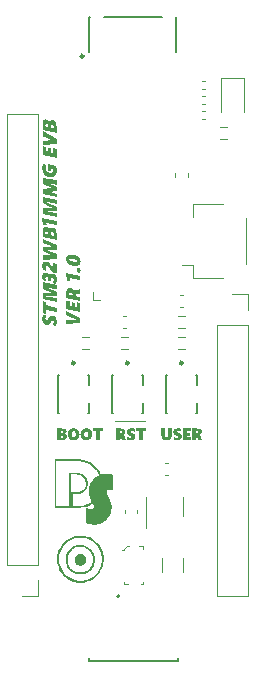
<source format=gbr>
%TF.GenerationSoftware,KiCad,Pcbnew,7.0.2*%
%TF.CreationDate,2024-02-26T12:12:44+02:00*%
%TF.ProjectId,STM32_EVB,53544d33-325f-4455-9642-2e6b69636164,01*%
%TF.SameCoordinates,Original*%
%TF.FileFunction,Legend,Top*%
%TF.FilePolarity,Positive*%
%FSLAX46Y46*%
G04 Gerber Fmt 4.6, Leading zero omitted, Abs format (unit mm)*
G04 Created by KiCad (PCBNEW 7.0.2) date 2024-02-26 12:12:44*
%MOMM*%
%LPD*%
G01*
G04 APERTURE LIST*
%ADD10C,0.200000*%
%ADD11C,0.120000*%
%ADD12C,0.100000*%
%ADD13C,0.150000*%
%ADD14C,0.250000*%
%ADD15C,0.127000*%
G04 APERTURE END LIST*
D10*
G36*
X90930327Y-71565917D02*
G01*
X90924359Y-71576799D01*
X90918618Y-71587537D01*
X90913103Y-71598131D01*
X90905255Y-71613751D01*
X90897918Y-71629046D01*
X90891091Y-71644017D01*
X90884774Y-71658663D01*
X90878966Y-71672985D01*
X90873669Y-71686982D01*
X90868882Y-71700655D01*
X90864605Y-71714003D01*
X90862037Y-71722721D01*
X90858475Y-71735698D01*
X90855264Y-71748691D01*
X90852403Y-71761699D01*
X90849892Y-71774722D01*
X90847732Y-71787761D01*
X90845922Y-71800815D01*
X90844462Y-71813885D01*
X90843353Y-71826970D01*
X90842594Y-71840071D01*
X90842185Y-71853187D01*
X90842107Y-71861939D01*
X90842487Y-71875573D01*
X90843627Y-71888483D01*
X90845528Y-71900669D01*
X90848189Y-71912131D01*
X90852584Y-71925442D01*
X90858166Y-71937622D01*
X90864937Y-71948672D01*
X90866434Y-71950746D01*
X90874316Y-71960119D01*
X90884757Y-71969268D01*
X90896270Y-71976131D01*
X90908855Y-71980706D01*
X90922511Y-71982993D01*
X90929741Y-71983279D01*
X90942920Y-71982352D01*
X90955419Y-71979570D01*
X90967238Y-71974933D01*
X90978376Y-71968442D01*
X90988835Y-71960095D01*
X90992170Y-71956901D01*
X91000935Y-71947162D01*
X91008700Y-71937218D01*
X91017133Y-71925359D01*
X91023897Y-71915209D01*
X91031037Y-71903982D01*
X91038553Y-71891678D01*
X91046445Y-71878297D01*
X91054713Y-71863840D01*
X91060434Y-71853604D01*
X91066322Y-71842889D01*
X91075573Y-71825707D01*
X91084860Y-71809188D01*
X91094184Y-71793330D01*
X91103545Y-71778134D01*
X91112942Y-71763599D01*
X91122376Y-71749727D01*
X91131846Y-71736516D01*
X91141353Y-71723967D01*
X91150897Y-71712079D01*
X91160478Y-71700854D01*
X91170095Y-71690290D01*
X91179748Y-71680388D01*
X91189439Y-71671147D01*
X91199166Y-71662569D01*
X91208929Y-71654652D01*
X91218729Y-71647397D01*
X91228713Y-71640653D01*
X91239026Y-71634345D01*
X91249669Y-71628472D01*
X91260642Y-71623033D01*
X91271944Y-71618030D01*
X91283576Y-71613462D01*
X91295538Y-71609329D01*
X91307829Y-71605631D01*
X91320450Y-71602368D01*
X91333401Y-71599540D01*
X91346682Y-71597147D01*
X91360293Y-71595190D01*
X91374233Y-71593667D01*
X91388503Y-71592579D01*
X91403102Y-71591927D01*
X91418032Y-71591709D01*
X91432224Y-71591959D01*
X91446223Y-71592708D01*
X91460031Y-71593955D01*
X91473646Y-71595703D01*
X91487068Y-71597949D01*
X91500299Y-71600694D01*
X91513337Y-71603939D01*
X91526182Y-71607683D01*
X91538836Y-71611926D01*
X91551297Y-71616668D01*
X91563565Y-71621909D01*
X91575642Y-71627650D01*
X91587525Y-71633889D01*
X91599217Y-71640628D01*
X91610716Y-71647866D01*
X91622023Y-71655603D01*
X91633054Y-71663780D01*
X91643726Y-71672337D01*
X91654038Y-71681274D01*
X91663990Y-71690591D01*
X91673583Y-71700288D01*
X91682817Y-71710365D01*
X91691691Y-71720823D01*
X91700205Y-71731660D01*
X91708360Y-71742878D01*
X91716156Y-71754476D01*
X91723592Y-71766454D01*
X91730669Y-71778811D01*
X91737386Y-71791549D01*
X91743743Y-71804668D01*
X91749741Y-71818166D01*
X91755380Y-71832044D01*
X91760633Y-71846240D01*
X91765546Y-71860763D01*
X91770121Y-71875613D01*
X91774357Y-71890791D01*
X91778255Y-71906296D01*
X91781813Y-71922129D01*
X91785032Y-71938289D01*
X91787913Y-71954776D01*
X91790455Y-71971591D01*
X91792657Y-71988734D01*
X91794521Y-72006203D01*
X91796046Y-72024001D01*
X91797232Y-72042125D01*
X91798080Y-72060578D01*
X91798588Y-72079357D01*
X91798757Y-72098464D01*
X91798660Y-72112439D01*
X91798368Y-72126299D01*
X91797882Y-72140044D01*
X91797200Y-72153675D01*
X91796324Y-72167192D01*
X91795254Y-72180594D01*
X91793989Y-72193882D01*
X91792529Y-72207055D01*
X91790875Y-72220113D01*
X91789026Y-72233057D01*
X91786982Y-72245887D01*
X91784744Y-72258602D01*
X91782311Y-72271203D01*
X91779684Y-72283689D01*
X91776861Y-72296061D01*
X91773845Y-72308318D01*
X91770676Y-72320424D01*
X91767397Y-72332342D01*
X91764008Y-72344073D01*
X91760509Y-72355615D01*
X91756900Y-72366970D01*
X91753182Y-72378138D01*
X91747398Y-72394536D01*
X91741366Y-72410513D01*
X91735088Y-72426067D01*
X91728562Y-72441198D01*
X91721789Y-72455907D01*
X91714768Y-72470193D01*
X91709951Y-72479483D01*
X91419790Y-72417641D01*
X91426949Y-72407800D01*
X91433880Y-72397950D01*
X91440584Y-72388092D01*
X91447061Y-72378225D01*
X91459333Y-72358465D01*
X91470696Y-72338671D01*
X91481150Y-72318843D01*
X91490695Y-72298980D01*
X91499331Y-72279083D01*
X91507058Y-72259152D01*
X91513876Y-72239186D01*
X91519785Y-72219186D01*
X91524784Y-72199151D01*
X91528875Y-72179083D01*
X91532057Y-72158980D01*
X91534329Y-72138842D01*
X91535693Y-72118670D01*
X91536147Y-72098464D01*
X91535782Y-72082919D01*
X91534687Y-72068377D01*
X91532860Y-72054837D01*
X91530304Y-72042301D01*
X91527017Y-72030767D01*
X91520717Y-72015347D01*
X91512773Y-72002184D01*
X91503186Y-71991277D01*
X91491956Y-71982627D01*
X91479082Y-71976233D01*
X91464564Y-71972096D01*
X91448403Y-71970216D01*
X91442651Y-71970090D01*
X91430158Y-71970863D01*
X91418322Y-71973181D01*
X91407145Y-71977045D01*
X91396627Y-71982455D01*
X91386766Y-71989410D01*
X91377564Y-71997911D01*
X91374068Y-72001744D01*
X91365251Y-72012817D01*
X91357898Y-72023375D01*
X91350280Y-72035444D01*
X91342397Y-72049025D01*
X91336309Y-72060202D01*
X91330073Y-72072229D01*
X91323687Y-72085107D01*
X91317152Y-72098834D01*
X91310467Y-72113412D01*
X91302604Y-72129819D01*
X91294622Y-72145629D01*
X91286521Y-72160841D01*
X91278300Y-72175456D01*
X91269961Y-72189473D01*
X91261502Y-72202892D01*
X91252925Y-72215713D01*
X91244228Y-72227937D01*
X91235413Y-72239564D01*
X91226478Y-72250592D01*
X91217424Y-72261024D01*
X91208251Y-72270857D01*
X91198960Y-72280093D01*
X91189549Y-72288731D01*
X91180018Y-72296772D01*
X91170369Y-72304214D01*
X91160492Y-72311135D01*
X91150279Y-72317610D01*
X91139729Y-72323637D01*
X91128842Y-72329219D01*
X91117619Y-72334354D01*
X91106059Y-72339042D01*
X91094162Y-72343284D01*
X91081929Y-72347079D01*
X91069359Y-72350428D01*
X91056453Y-72353330D01*
X91043210Y-72355786D01*
X91029631Y-72357795D01*
X91015714Y-72359358D01*
X91001462Y-72360474D01*
X90986872Y-72361144D01*
X90971946Y-72361367D01*
X90957743Y-72361123D01*
X90943709Y-72360392D01*
X90929844Y-72359173D01*
X90916149Y-72357465D01*
X90902623Y-72355271D01*
X90889267Y-72352588D01*
X90876080Y-72349418D01*
X90863063Y-72345760D01*
X90850215Y-72341615D01*
X90837537Y-72336981D01*
X90825028Y-72331860D01*
X90812688Y-72326251D01*
X90800518Y-72320155D01*
X90788517Y-72313570D01*
X90776686Y-72306498D01*
X90765024Y-72298939D01*
X90753628Y-72290919D01*
X90742593Y-72282539D01*
X90731921Y-72273800D01*
X90721610Y-72264702D01*
X90711661Y-72255244D01*
X90702073Y-72245427D01*
X90692848Y-72235250D01*
X90683984Y-72224713D01*
X90675482Y-72213817D01*
X90667342Y-72202562D01*
X90659564Y-72190947D01*
X90652147Y-72178973D01*
X90645092Y-72166639D01*
X90638399Y-72153946D01*
X90632068Y-72140893D01*
X90626099Y-72127480D01*
X90620455Y-72113718D01*
X90615176Y-72099687D01*
X90610261Y-72085388D01*
X90605710Y-72070822D01*
X90601524Y-72055988D01*
X90597701Y-72040886D01*
X90594242Y-72025515D01*
X90591147Y-72009877D01*
X90588417Y-71993971D01*
X90586050Y-71977798D01*
X90584048Y-71961356D01*
X90582410Y-71944646D01*
X90581135Y-71927669D01*
X90580225Y-71910423D01*
X90579679Y-71892910D01*
X90579497Y-71875129D01*
X90579577Y-71861005D01*
X90579818Y-71847065D01*
X90580218Y-71833308D01*
X90580779Y-71819734D01*
X90581501Y-71806344D01*
X90582382Y-71793136D01*
X90583424Y-71780112D01*
X90584626Y-71767271D01*
X90585989Y-71754613D01*
X90587511Y-71742138D01*
X90589194Y-71729847D01*
X90591038Y-71717739D01*
X90593041Y-71705813D01*
X90595205Y-71694071D01*
X90597529Y-71682513D01*
X90600013Y-71671137D01*
X90603909Y-71654360D01*
X90607903Y-71637883D01*
X90611994Y-71621704D01*
X90616184Y-71605823D01*
X90620471Y-71590242D01*
X90624856Y-71574959D01*
X90629339Y-71559976D01*
X90633920Y-71545291D01*
X90638599Y-71530905D01*
X90643376Y-71516817D01*
X90646615Y-71507592D01*
X90930327Y-71565917D01*
G37*
G36*
X90879623Y-70391500D02*
G01*
X90879623Y-70726210D01*
X91780000Y-70916720D01*
X91780000Y-71274291D01*
X90879623Y-71084075D01*
X90879623Y-71414389D01*
X90598255Y-71356064D01*
X90598255Y-70332882D01*
X90879623Y-70391500D01*
G37*
G36*
X91780000Y-69015143D02*
G01*
X91780000Y-69366266D01*
X91084494Y-69218841D01*
X90907173Y-69180153D01*
X90907173Y-69186601D01*
X91054012Y-69247564D01*
X91780000Y-69580809D01*
X91780000Y-69907899D01*
X91095045Y-69950104D01*
X91081640Y-69950995D01*
X91067365Y-69951797D01*
X91052219Y-69952513D01*
X91036202Y-69953140D01*
X91019315Y-69953681D01*
X91007573Y-69953992D01*
X90995444Y-69954264D01*
X90982928Y-69954498D01*
X90970025Y-69954693D01*
X90956735Y-69954848D01*
X90943058Y-69954965D01*
X90928995Y-69955043D01*
X90914544Y-69955082D01*
X90907173Y-69955087D01*
X90907173Y-69962414D01*
X90929803Y-69965411D01*
X90952190Y-69968468D01*
X90974335Y-69971585D01*
X90996236Y-69974760D01*
X91017895Y-69977996D01*
X91039312Y-69981291D01*
X91060485Y-69984645D01*
X91081416Y-69988060D01*
X91102104Y-69991533D01*
X91122550Y-69995066D01*
X91142752Y-69998659D01*
X91162712Y-70002311D01*
X91182430Y-70006023D01*
X91201904Y-70009794D01*
X91221136Y-70013625D01*
X91240125Y-70017515D01*
X91780000Y-70132114D01*
X91780000Y-70447773D01*
X90598255Y-70198060D01*
X90598255Y-69698632D01*
X91304312Y-69657306D01*
X91317785Y-69657370D01*
X91331386Y-69657562D01*
X91345116Y-69657883D01*
X91358974Y-69658332D01*
X91372960Y-69658909D01*
X91387074Y-69659614D01*
X91401316Y-69660447D01*
X91415687Y-69661409D01*
X91415687Y-69656427D01*
X91403236Y-69652093D01*
X91390614Y-69647703D01*
X91377820Y-69643255D01*
X91364854Y-69638750D01*
X91351716Y-69634187D01*
X91338407Y-69629567D01*
X91333035Y-69627704D01*
X91319694Y-69623018D01*
X91306783Y-69618304D01*
X91294301Y-69613561D01*
X91282248Y-69608790D01*
X91270624Y-69603990D01*
X91259430Y-69599162D01*
X91255073Y-69597222D01*
X90598255Y-69308820D01*
X90598255Y-68764549D01*
X91780000Y-69015143D01*
G37*
G36*
X90872295Y-67943600D02*
G01*
X90885878Y-67943922D01*
X90899367Y-67944888D01*
X90912764Y-67946498D01*
X90926068Y-67948752D01*
X90939280Y-67951650D01*
X90952399Y-67955192D01*
X90965425Y-67959378D01*
X90978358Y-67964208D01*
X90991198Y-67969682D01*
X91003946Y-67975800D01*
X91012393Y-67980237D01*
X91024837Y-67987369D01*
X91036889Y-67995026D01*
X91048550Y-68003210D01*
X91059819Y-68011918D01*
X91070697Y-68021152D01*
X91081183Y-68030912D01*
X91091277Y-68041197D01*
X91100980Y-68052008D01*
X91110291Y-68063344D01*
X91119211Y-68075205D01*
X91124940Y-68083405D01*
X91133078Y-68096018D01*
X91140674Y-68109017D01*
X91147730Y-68122403D01*
X91154245Y-68136175D01*
X91160218Y-68150334D01*
X91165651Y-68164879D01*
X91170543Y-68179810D01*
X91174894Y-68195128D01*
X91178704Y-68210832D01*
X91181973Y-68226922D01*
X91183852Y-68237864D01*
X91187076Y-68237864D01*
X91189949Y-68225278D01*
X91193146Y-68213091D01*
X91196667Y-68201304D01*
X91200512Y-68189916D01*
X91204681Y-68178928D01*
X91213991Y-68158151D01*
X91224598Y-68138972D01*
X91236500Y-68121391D01*
X91249698Y-68105408D01*
X91264192Y-68091024D01*
X91279983Y-68078237D01*
X91297069Y-68067050D01*
X91315451Y-68057460D01*
X91335130Y-68049469D01*
X91356104Y-68043076D01*
X91378374Y-68038281D01*
X91389996Y-68036483D01*
X91401941Y-68035084D01*
X91414210Y-68034085D01*
X91426803Y-68033486D01*
X91439720Y-68033286D01*
X91453600Y-68033536D01*
X91467248Y-68034285D01*
X91480665Y-68035533D01*
X91493851Y-68037280D01*
X91506805Y-68039526D01*
X91519528Y-68042271D01*
X91532020Y-68045516D01*
X91544281Y-68049260D01*
X91556310Y-68053503D01*
X91568108Y-68058245D01*
X91579675Y-68063486D01*
X91591010Y-68069227D01*
X91602115Y-68075466D01*
X91612988Y-68082205D01*
X91623630Y-68089443D01*
X91634040Y-68097180D01*
X91644139Y-68105375D01*
X91653920Y-68113987D01*
X91663382Y-68123016D01*
X91672527Y-68132461D01*
X91681352Y-68142323D01*
X91689860Y-68152602D01*
X91698050Y-68163298D01*
X91705921Y-68174410D01*
X91713473Y-68185939D01*
X91720708Y-68197885D01*
X91727624Y-68210247D01*
X91734222Y-68223026D01*
X91740502Y-68236222D01*
X91746463Y-68249835D01*
X91752107Y-68263865D01*
X91757431Y-68278311D01*
X91762436Y-68293110D01*
X91767117Y-68308270D01*
X91771476Y-68323793D01*
X91775512Y-68339677D01*
X91779224Y-68355923D01*
X91782614Y-68372530D01*
X91785682Y-68389500D01*
X91788426Y-68406831D01*
X91790847Y-68424524D01*
X91792946Y-68442579D01*
X91794722Y-68460996D01*
X91796174Y-68479774D01*
X91797304Y-68498915D01*
X91798112Y-68518417D01*
X91798596Y-68538281D01*
X91798757Y-68558506D01*
X91798501Y-68581113D01*
X91797732Y-68603432D01*
X91796449Y-68625461D01*
X91794654Y-68647203D01*
X91792346Y-68668656D01*
X91789525Y-68689820D01*
X91786191Y-68710696D01*
X91782344Y-68731284D01*
X91777984Y-68751582D01*
X91773112Y-68771593D01*
X91767726Y-68791315D01*
X91761828Y-68810748D01*
X91755416Y-68829893D01*
X91748492Y-68848749D01*
X91741055Y-68867317D01*
X91733105Y-68885596D01*
X91468736Y-68828736D01*
X91476899Y-68812173D01*
X91484536Y-68795677D01*
X91491646Y-68779246D01*
X91498229Y-68762882D01*
X91504285Y-68746585D01*
X91509815Y-68730354D01*
X91514818Y-68714189D01*
X91519295Y-68698091D01*
X91523245Y-68682059D01*
X91526668Y-68666094D01*
X91529564Y-68650195D01*
X91531934Y-68634362D01*
X91533778Y-68618596D01*
X91535094Y-68602896D01*
X91535884Y-68587262D01*
X91536147Y-68571695D01*
X91535864Y-68555633D01*
X91535014Y-68540199D01*
X91533597Y-68525394D01*
X91531614Y-68511218D01*
X91529063Y-68497670D01*
X91525946Y-68484750D01*
X91522263Y-68472459D01*
X91518012Y-68460797D01*
X91513195Y-68449763D01*
X91505891Y-68436029D01*
X91503907Y-68432770D01*
X91495403Y-68420680D01*
X91486157Y-68410202D01*
X91476169Y-68401336D01*
X91465439Y-68394082D01*
X91453967Y-68388440D01*
X91441754Y-68384410D01*
X91428798Y-68381992D01*
X91415101Y-68381186D01*
X91402205Y-68381845D01*
X91390188Y-68383824D01*
X91376403Y-68388151D01*
X91363993Y-68394540D01*
X91352956Y-68402989D01*
X91343293Y-68413499D01*
X91336552Y-68423391D01*
X91330576Y-68434643D01*
X91325396Y-68447443D01*
X91321014Y-68461791D01*
X91318250Y-68473567D01*
X91315934Y-68486214D01*
X91314066Y-68499732D01*
X91312647Y-68514121D01*
X91311676Y-68529380D01*
X91311153Y-68545511D01*
X91311053Y-68556748D01*
X91311053Y-68666364D01*
X91048443Y-68611849D01*
X91048443Y-68474389D01*
X91048183Y-68458614D01*
X91047403Y-68443494D01*
X91046102Y-68429028D01*
X91044281Y-68415216D01*
X91041939Y-68402059D01*
X91039077Y-68389556D01*
X91035695Y-68377707D01*
X91031792Y-68366513D01*
X91025779Y-68352605D01*
X91018841Y-68339860D01*
X91011015Y-68328457D01*
X91002336Y-68318574D01*
X90992806Y-68310212D01*
X90982424Y-68303370D01*
X90971191Y-68298049D01*
X90959105Y-68294248D01*
X90946168Y-68291967D01*
X90932379Y-68291207D01*
X90916247Y-68292454D01*
X90901701Y-68296194D01*
X90888742Y-68302428D01*
X90877370Y-68311155D01*
X90867584Y-68322376D01*
X90859386Y-68336091D01*
X90852774Y-68352299D01*
X90849248Y-68364490D01*
X90846427Y-68377789D01*
X90844311Y-68392196D01*
X90842900Y-68407712D01*
X90842195Y-68424336D01*
X90842107Y-68433063D01*
X90842288Y-68446807D01*
X90842831Y-68460636D01*
X90843735Y-68474550D01*
X90845001Y-68488549D01*
X90846629Y-68502632D01*
X90848619Y-68516800D01*
X90850971Y-68531053D01*
X90853684Y-68545390D01*
X90856759Y-68559812D01*
X90860196Y-68574319D01*
X90863995Y-68588911D01*
X90868155Y-68603587D01*
X90872678Y-68618348D01*
X90877562Y-68633194D01*
X90882808Y-68648125D01*
X90888415Y-68663140D01*
X90628150Y-68610383D01*
X90624703Y-68598922D01*
X90621395Y-68587618D01*
X90616696Y-68570959D01*
X90612311Y-68554656D01*
X90608240Y-68538708D01*
X90604483Y-68523115D01*
X90601041Y-68507878D01*
X90597913Y-68492997D01*
X90595099Y-68478471D01*
X90592599Y-68464300D01*
X90590414Y-68450485D01*
X90589755Y-68445959D01*
X90587922Y-68432443D01*
X90586269Y-68418932D01*
X90584796Y-68405426D01*
X90583504Y-68391925D01*
X90582392Y-68378429D01*
X90581461Y-68364939D01*
X90580709Y-68351453D01*
X90580138Y-68337973D01*
X90579748Y-68324498D01*
X90579537Y-68311028D01*
X90579497Y-68302051D01*
X90579795Y-68280644D01*
X90580688Y-68259873D01*
X90582176Y-68239739D01*
X90584260Y-68220242D01*
X90586939Y-68201381D01*
X90590213Y-68183157D01*
X90594083Y-68165569D01*
X90598548Y-68148618D01*
X90603608Y-68132303D01*
X90609264Y-68116625D01*
X90615515Y-68101583D01*
X90622362Y-68087178D01*
X90629803Y-68073410D01*
X90637841Y-68060278D01*
X90646473Y-68047783D01*
X90655701Y-68035924D01*
X90665443Y-68024744D01*
X90675691Y-68014286D01*
X90686445Y-68004548D01*
X90697704Y-67995532D01*
X90709471Y-67987238D01*
X90721743Y-67979664D01*
X90734521Y-67972812D01*
X90747805Y-67966681D01*
X90761595Y-67961272D01*
X90775891Y-67956583D01*
X90790693Y-67952616D01*
X90806002Y-67949371D01*
X90821816Y-67946846D01*
X90838136Y-67945043D01*
X90854963Y-67943961D01*
X90872295Y-67943600D01*
G37*
G36*
X91780000Y-68013942D02*
G01*
X91685917Y-67994012D01*
X91673560Y-67991372D01*
X91661403Y-67988581D01*
X91649444Y-67985638D01*
X91637685Y-67982545D01*
X91626125Y-67979300D01*
X91614765Y-67975905D01*
X91598097Y-67970528D01*
X91581878Y-67964811D01*
X91566107Y-67958754D01*
X91550784Y-67952356D01*
X91535909Y-67945619D01*
X91521483Y-67938542D01*
X91512114Y-67933635D01*
X91498298Y-67925880D01*
X91484657Y-67917671D01*
X91471192Y-67909009D01*
X91457901Y-67899893D01*
X91444786Y-67890324D01*
X91431846Y-67880302D01*
X91419081Y-67869826D01*
X91406491Y-67858897D01*
X91394077Y-67847514D01*
X91381837Y-67835679D01*
X91373775Y-67827536D01*
X91365558Y-67818936D01*
X91357027Y-67809621D01*
X91348183Y-67799592D01*
X91339025Y-67788848D01*
X91329553Y-67777390D01*
X91319768Y-67765218D01*
X91309669Y-67752331D01*
X91299256Y-67738729D01*
X91288530Y-67724414D01*
X91277490Y-67709384D01*
X91266136Y-67693639D01*
X91254468Y-67677180D01*
X91242487Y-67660007D01*
X91230192Y-67642119D01*
X91217583Y-67623517D01*
X91204661Y-67604200D01*
X91193956Y-67588369D01*
X91183678Y-67573261D01*
X91173825Y-67558877D01*
X91164398Y-67545216D01*
X91155397Y-67532279D01*
X91146821Y-67520065D01*
X91138672Y-67508575D01*
X91130949Y-67497808D01*
X91123651Y-67487765D01*
X91113503Y-67474058D01*
X91104314Y-67461978D01*
X91096083Y-67451526D01*
X91086598Y-67440123D01*
X91084494Y-67437725D01*
X91076237Y-67428721D01*
X91068025Y-67420322D01*
X91057826Y-67410674D01*
X91047698Y-67401970D01*
X91037642Y-67394210D01*
X91027657Y-67387395D01*
X91019720Y-67382623D01*
X91007534Y-67376448D01*
X90994936Y-67371550D01*
X90981925Y-67367930D01*
X90968503Y-67365587D01*
X90954668Y-67364523D01*
X90949965Y-67364452D01*
X90937641Y-67365224D01*
X90926134Y-67367543D01*
X90913401Y-67372365D01*
X90901844Y-67379413D01*
X90891461Y-67388687D01*
X90885191Y-67396106D01*
X90878183Y-67406613D01*
X90872363Y-67418351D01*
X90867730Y-67431319D01*
X90864286Y-67445519D01*
X90862385Y-67457765D01*
X90861245Y-67470798D01*
X90860865Y-67484619D01*
X90861173Y-67506878D01*
X90862097Y-67528739D01*
X90863637Y-67550201D01*
X90865792Y-67571264D01*
X90868564Y-67591930D01*
X90871952Y-67612196D01*
X90875956Y-67632065D01*
X90880575Y-67651535D01*
X90885811Y-67670606D01*
X90891662Y-67689279D01*
X90898130Y-67707554D01*
X90905213Y-67725430D01*
X90912913Y-67742908D01*
X90921228Y-67759988D01*
X90930159Y-67776669D01*
X90939706Y-67792951D01*
X90651891Y-67731988D01*
X90643124Y-67711709D01*
X90634923Y-67690878D01*
X90627288Y-67669495D01*
X90620218Y-67647560D01*
X90613714Y-67625073D01*
X90610674Y-67613623D01*
X90607776Y-67602034D01*
X90605019Y-67590308D01*
X90602403Y-67578444D01*
X90599928Y-67566442D01*
X90597595Y-67554302D01*
X90595404Y-67542024D01*
X90593354Y-67529608D01*
X90591445Y-67517054D01*
X90589677Y-67504362D01*
X90588051Y-67491532D01*
X90586567Y-67478564D01*
X90585224Y-67465458D01*
X90584022Y-67452214D01*
X90582961Y-67438833D01*
X90582042Y-67425313D01*
X90581264Y-67411655D01*
X90580628Y-67397860D01*
X90580133Y-67383926D01*
X90579780Y-67369854D01*
X90579568Y-67355645D01*
X90579497Y-67341297D01*
X90579652Y-67328223D01*
X90580115Y-67315377D01*
X90580888Y-67302761D01*
X90581970Y-67290373D01*
X90583361Y-67278214D01*
X90585061Y-67266284D01*
X90587070Y-67254584D01*
X90590664Y-67237462D01*
X90594953Y-67220855D01*
X90599938Y-67204764D01*
X90605618Y-67189188D01*
X90611993Y-67174127D01*
X90619064Y-67159581D01*
X90626751Y-67145607D01*
X90634974Y-67132261D01*
X90643732Y-67119545D01*
X90653026Y-67107456D01*
X90662856Y-67095997D01*
X90673222Y-67085165D01*
X90684124Y-67074963D01*
X90695561Y-67065389D01*
X90707535Y-67056443D01*
X90720044Y-67048126D01*
X90728681Y-67042930D01*
X90741938Y-67035702D01*
X90755550Y-67029185D01*
X90769518Y-67023379D01*
X90783841Y-67018283D01*
X90798520Y-67013899D01*
X90813555Y-67010226D01*
X90828944Y-67007263D01*
X90844690Y-67005012D01*
X90860791Y-67003471D01*
X90877247Y-67002642D01*
X90888415Y-67002484D01*
X90905658Y-67002785D01*
X90922546Y-67003689D01*
X90939078Y-67005196D01*
X90955254Y-67007306D01*
X90971075Y-67010019D01*
X90986540Y-67013334D01*
X91001650Y-67017252D01*
X91016405Y-67021773D01*
X91030804Y-67026897D01*
X91044847Y-67032623D01*
X91054012Y-67036775D01*
X91067496Y-67043465D01*
X91080799Y-67050782D01*
X91093922Y-67058728D01*
X91106865Y-67067303D01*
X91119627Y-67076506D01*
X91132209Y-67086338D01*
X91144611Y-67096798D01*
X91156832Y-67107887D01*
X91168873Y-67119604D01*
X91180734Y-67131950D01*
X91188541Y-67140530D01*
X91196384Y-67149553D01*
X91204377Y-67159182D01*
X91212522Y-67169419D01*
X91220818Y-67180262D01*
X91229265Y-67191712D01*
X91237863Y-67203769D01*
X91246612Y-67216433D01*
X91255512Y-67229703D01*
X91264564Y-67243580D01*
X91273767Y-67258064D01*
X91283120Y-67273155D01*
X91292625Y-67288852D01*
X91302281Y-67305157D01*
X91312088Y-67322068D01*
X91322046Y-67339586D01*
X91332156Y-67357711D01*
X91341377Y-67373855D01*
X91350282Y-67389314D01*
X91358871Y-67404089D01*
X91367144Y-67418179D01*
X91375101Y-67431585D01*
X91382742Y-67444305D01*
X91390067Y-67456342D01*
X91397076Y-67467693D01*
X91403769Y-67478360D01*
X91410146Y-67488342D01*
X91419119Y-67502032D01*
X91427381Y-67514181D01*
X91434932Y-67524790D01*
X91441772Y-67533859D01*
X91450226Y-67544254D01*
X91458295Y-67553459D01*
X91467841Y-67563291D01*
X91476785Y-67571262D01*
X91486725Y-67578372D01*
X91498632Y-67583684D01*
X91498632Y-67130272D01*
X91780000Y-67189476D01*
X91780000Y-68013942D01*
G37*
G36*
X91780000Y-65640195D02*
G01*
X91780000Y-66013593D01*
X91095338Y-66041437D01*
X91083441Y-66041158D01*
X91070099Y-66040321D01*
X91058384Y-66039249D01*
X91045745Y-66037820D01*
X91032180Y-66036034D01*
X91017690Y-66033891D01*
X91002276Y-66031391D01*
X90994221Y-66030006D01*
X90965205Y-66025024D01*
X90965205Y-66028248D01*
X90977438Y-66031677D01*
X90989442Y-66035542D01*
X91001985Y-66039814D01*
X91014028Y-66044052D01*
X91024703Y-66047885D01*
X91038276Y-66052831D01*
X91051333Y-66057777D01*
X91063875Y-66062723D01*
X91075902Y-66067669D01*
X91087414Y-66072615D01*
X91098411Y-66077561D01*
X91102665Y-66079539D01*
X91780000Y-66394319D01*
X91780000Y-66803182D01*
X90598255Y-66835422D01*
X90598255Y-66460265D01*
X91300795Y-66494263D01*
X91314204Y-66495239D01*
X91328639Y-66496553D01*
X91344099Y-66498206D01*
X91356368Y-66499669D01*
X91369214Y-66501322D01*
X91382636Y-66503165D01*
X91396636Y-66505199D01*
X91411213Y-66507424D01*
X91426366Y-66509839D01*
X91436789Y-66511556D01*
X91436789Y-66506573D01*
X91424168Y-66502983D01*
X91412755Y-66499424D01*
X91399672Y-66495124D01*
X91387495Y-66490974D01*
X91374158Y-66486309D01*
X91368499Y-66484298D01*
X91357298Y-66480254D01*
X91344146Y-66475367D01*
X91331938Y-66470666D01*
X91320675Y-66466151D01*
X91308407Y-66460978D01*
X91297498Y-66456074D01*
X91295812Y-66455282D01*
X90598255Y-66133175D01*
X90598255Y-65746587D01*
X91305778Y-65739846D01*
X91318655Y-65740029D01*
X91332057Y-65740490D01*
X91345129Y-65741108D01*
X91357141Y-65741781D01*
X91370168Y-65742597D01*
X91372896Y-65742777D01*
X91386004Y-65743678D01*
X91397854Y-65744551D01*
X91410411Y-65745561D01*
X91422769Y-65746687D01*
X91435031Y-65748053D01*
X91435031Y-65744829D01*
X91300795Y-65702916D01*
X90598255Y-65457892D01*
X90598255Y-65091235D01*
X91780000Y-65640195D01*
G37*
G36*
X90893906Y-64069240D02*
G01*
X90907595Y-64070164D01*
X90920981Y-64071704D01*
X90934064Y-64073859D01*
X90946846Y-64076631D01*
X90959325Y-64080019D01*
X90971502Y-64084023D01*
X90983377Y-64088642D01*
X90994950Y-64093878D01*
X91006220Y-64099729D01*
X91017188Y-64106197D01*
X91027854Y-64113280D01*
X91038217Y-64120980D01*
X91048278Y-64129295D01*
X91058037Y-64138226D01*
X91067494Y-64147773D01*
X91076611Y-64157823D01*
X91085350Y-64168336D01*
X91093711Y-64179310D01*
X91101694Y-64190748D01*
X91109300Y-64202648D01*
X91116528Y-64215010D01*
X91123377Y-64227835D01*
X91129849Y-64241123D01*
X91135944Y-64254873D01*
X91141660Y-64269086D01*
X91146999Y-64283761D01*
X91151960Y-64298899D01*
X91156543Y-64314499D01*
X91160748Y-64330562D01*
X91164575Y-64347087D01*
X91168025Y-64364075D01*
X91171249Y-64364075D01*
X91173175Y-64350343D01*
X91175512Y-64336991D01*
X91178259Y-64324020D01*
X91181415Y-64311428D01*
X91184982Y-64299217D01*
X91188958Y-64287386D01*
X91193344Y-64275934D01*
X91198140Y-64264863D01*
X91203346Y-64254172D01*
X91208961Y-64243862D01*
X91218153Y-64229108D01*
X91228268Y-64215210D01*
X91239304Y-64202166D01*
X91251263Y-64189979D01*
X91263997Y-64178770D01*
X91277359Y-64168663D01*
X91291350Y-64159659D01*
X91305970Y-64151758D01*
X91321218Y-64144959D01*
X91337095Y-64139262D01*
X91353600Y-64134668D01*
X91370734Y-64131177D01*
X91382506Y-64129462D01*
X91394557Y-64128237D01*
X91406887Y-64127502D01*
X91419497Y-64127257D01*
X91433193Y-64127499D01*
X91446658Y-64128223D01*
X91459892Y-64129431D01*
X91472895Y-64131122D01*
X91485666Y-64133296D01*
X91498206Y-64135954D01*
X91510515Y-64139094D01*
X91522592Y-64142718D01*
X91534438Y-64146824D01*
X91546053Y-64151414D01*
X91557437Y-64156487D01*
X91568589Y-64162043D01*
X91579510Y-64168083D01*
X91590200Y-64174605D01*
X91600658Y-64181611D01*
X91610886Y-64189099D01*
X91620819Y-64197057D01*
X91630468Y-64205471D01*
X91639833Y-64214341D01*
X91648914Y-64223666D01*
X91657712Y-64233447D01*
X91666225Y-64243683D01*
X91674455Y-64254375D01*
X91682400Y-64265523D01*
X91690062Y-64277126D01*
X91697439Y-64289185D01*
X91704533Y-64301700D01*
X91711343Y-64314671D01*
X91717869Y-64328097D01*
X91724111Y-64341979D01*
X91730069Y-64356316D01*
X91735743Y-64371109D01*
X91741102Y-64386298D01*
X91746115Y-64401897D01*
X91750783Y-64417906D01*
X91755105Y-64434325D01*
X91759081Y-64451154D01*
X91762712Y-64468393D01*
X91765996Y-64486041D01*
X91768935Y-64504099D01*
X91771528Y-64522567D01*
X91773776Y-64541446D01*
X91775678Y-64560733D01*
X91777233Y-64580431D01*
X91778444Y-64600539D01*
X91779308Y-64621057D01*
X91779827Y-64641984D01*
X91780000Y-64663321D01*
X91780000Y-65216385D01*
X90598255Y-64966671D01*
X90598255Y-64757110D01*
X91311053Y-64757110D01*
X91536147Y-64811625D01*
X91536147Y-64686182D01*
X91535854Y-64670625D01*
X91534973Y-64655717D01*
X91533504Y-64641458D01*
X91531449Y-64627848D01*
X91528806Y-64614887D01*
X91525576Y-64602576D01*
X91521758Y-64590913D01*
X91517353Y-64579900D01*
X91510566Y-64566226D01*
X91502735Y-64553705D01*
X91494002Y-64542439D01*
X91484508Y-64532676D01*
X91474255Y-64524414D01*
X91463241Y-64517655D01*
X91451467Y-64512397D01*
X91438933Y-64508642D01*
X91425638Y-64506389D01*
X91411584Y-64505638D01*
X91397908Y-64506404D01*
X91385091Y-64508701D01*
X91373133Y-64512529D01*
X91362033Y-64517888D01*
X91351792Y-64524779D01*
X91342409Y-64533201D01*
X91338897Y-64536999D01*
X91330876Y-64547386D01*
X91324214Y-64558946D01*
X91318911Y-64571680D01*
X91314969Y-64585588D01*
X91312793Y-64597559D01*
X91311488Y-64610281D01*
X91311053Y-64623754D01*
X91311053Y-64757110D01*
X90598255Y-64757110D01*
X90598255Y-64660683D01*
X90842107Y-64660683D01*
X91067201Y-64708457D01*
X91067201Y-64597376D01*
X91066902Y-64585217D01*
X91066006Y-64573470D01*
X91063881Y-64558449D01*
X91060694Y-64544161D01*
X91056444Y-64530606D01*
X91051132Y-64517783D01*
X91044757Y-64505693D01*
X91037320Y-64494336D01*
X91033203Y-64488932D01*
X91024479Y-64478971D01*
X91015306Y-64470339D01*
X91005684Y-64463034D01*
X90993026Y-64455772D01*
X90979666Y-64450584D01*
X90965606Y-64447471D01*
X90953852Y-64446475D01*
X90950844Y-64446434D01*
X90936450Y-64446956D01*
X90923165Y-64448522D01*
X90910988Y-64451132D01*
X90897325Y-64455863D01*
X90885394Y-64462226D01*
X90875195Y-64470220D01*
X90866727Y-64479846D01*
X90859634Y-64491482D01*
X90854826Y-64502512D01*
X90850786Y-64515072D01*
X90847517Y-64529161D01*
X90845569Y-64540731D01*
X90844054Y-64553162D01*
X90842973Y-64566453D01*
X90842323Y-64580605D01*
X90842107Y-64595617D01*
X90842107Y-64660683D01*
X90598255Y-64660683D01*
X90598255Y-64480139D01*
X90598322Y-64467219D01*
X90598524Y-64454508D01*
X90598860Y-64442007D01*
X90599331Y-64429714D01*
X90599936Y-64417630D01*
X90600676Y-64405755D01*
X90602560Y-64382631D01*
X90604981Y-64360344D01*
X90607941Y-64338892D01*
X90611438Y-64318276D01*
X90615474Y-64298496D01*
X90620048Y-64279551D01*
X90625160Y-64261442D01*
X90630810Y-64244170D01*
X90636998Y-64227732D01*
X90643724Y-64212131D01*
X90650988Y-64197365D01*
X90658791Y-64183436D01*
X90667131Y-64170341D01*
X90676000Y-64158061D01*
X90685459Y-64146574D01*
X90695509Y-64135878D01*
X90706149Y-64125975D01*
X90717381Y-64116864D01*
X90729203Y-64108545D01*
X90741616Y-64101018D01*
X90754619Y-64094284D01*
X90768214Y-64088342D01*
X90782399Y-64083193D01*
X90797175Y-64078835D01*
X90812541Y-64075270D01*
X90828499Y-64072497D01*
X90845047Y-64070516D01*
X90862186Y-64069328D01*
X90879916Y-64068932D01*
X90893906Y-64069240D01*
G37*
G36*
X91780000Y-63888387D02*
G01*
X90897794Y-63700516D01*
X90935896Y-63947006D01*
X90672114Y-63890146D01*
X90579497Y-63281688D01*
X91780000Y-63537264D01*
X91780000Y-63888387D01*
G37*
G36*
X91780000Y-61796887D02*
G01*
X91780000Y-62148011D01*
X91084494Y-62000586D01*
X90907173Y-61961898D01*
X90907173Y-61968346D01*
X91054012Y-62029309D01*
X91780000Y-62362554D01*
X91780000Y-62689644D01*
X91095045Y-62731849D01*
X91081640Y-62732739D01*
X91067365Y-62733542D01*
X91052219Y-62734257D01*
X91036202Y-62734885D01*
X91019315Y-62735425D01*
X91007573Y-62735737D01*
X90995444Y-62736009D01*
X90982928Y-62736243D01*
X90970025Y-62736437D01*
X90956735Y-62736593D01*
X90943058Y-62736710D01*
X90928995Y-62736788D01*
X90914544Y-62736826D01*
X90907173Y-62736831D01*
X90907173Y-62744159D01*
X90929803Y-62747156D01*
X90952190Y-62750213D01*
X90974335Y-62753329D01*
X90996236Y-62756505D01*
X91017895Y-62759741D01*
X91039312Y-62763036D01*
X91060485Y-62766390D01*
X91081416Y-62769804D01*
X91102104Y-62773278D01*
X91122550Y-62776811D01*
X91142752Y-62780403D01*
X91162712Y-62784056D01*
X91182430Y-62787767D01*
X91201904Y-62791539D01*
X91221136Y-62795369D01*
X91240125Y-62799260D01*
X91780000Y-62913859D01*
X91780000Y-63229518D01*
X90598255Y-62979804D01*
X90598255Y-62480376D01*
X91304312Y-62439050D01*
X91317785Y-62439115D01*
X91331386Y-62439307D01*
X91345116Y-62439627D01*
X91358974Y-62440076D01*
X91372960Y-62440653D01*
X91387074Y-62441359D01*
X91401316Y-62442192D01*
X91415687Y-62443154D01*
X91415687Y-62438171D01*
X91403236Y-62433838D01*
X91390614Y-62429447D01*
X91377820Y-62424999D01*
X91364854Y-62420494D01*
X91351716Y-62415932D01*
X91338407Y-62411312D01*
X91333035Y-62409448D01*
X91319694Y-62404763D01*
X91306783Y-62400049D01*
X91294301Y-62395306D01*
X91282248Y-62390535D01*
X91270624Y-62385735D01*
X91259430Y-62380906D01*
X91255073Y-62378967D01*
X90598255Y-62090565D01*
X90598255Y-61546294D01*
X91780000Y-61796887D01*
G37*
G36*
X91780000Y-60141507D02*
G01*
X91780000Y-60492630D01*
X91084494Y-60345205D01*
X90907173Y-60306517D01*
X90907173Y-60312965D01*
X91054012Y-60373928D01*
X91780000Y-60707173D01*
X91780000Y-61034263D01*
X91095045Y-61076468D01*
X91081640Y-61077359D01*
X91067365Y-61078162D01*
X91052219Y-61078877D01*
X91036202Y-61079505D01*
X91019315Y-61080045D01*
X91007573Y-61080356D01*
X90995444Y-61080629D01*
X90982928Y-61080862D01*
X90970025Y-61081057D01*
X90956735Y-61081213D01*
X90943058Y-61081329D01*
X90928995Y-61081407D01*
X90914544Y-61081446D01*
X90907173Y-61081451D01*
X90907173Y-61088778D01*
X90929803Y-61091776D01*
X90952190Y-61094832D01*
X90974335Y-61097949D01*
X90996236Y-61101125D01*
X91017895Y-61104360D01*
X91039312Y-61107655D01*
X91060485Y-61111010D01*
X91081416Y-61114424D01*
X91102104Y-61117897D01*
X91122550Y-61121431D01*
X91142752Y-61125023D01*
X91162712Y-61128675D01*
X91182430Y-61132387D01*
X91201904Y-61136158D01*
X91221136Y-61139989D01*
X91240125Y-61143879D01*
X91780000Y-61258478D01*
X91780000Y-61574138D01*
X90598255Y-61324424D01*
X90598255Y-60824996D01*
X91304312Y-60783670D01*
X91317785Y-60783734D01*
X91331386Y-60783927D01*
X91345116Y-60784247D01*
X91358974Y-60784696D01*
X91372960Y-60785273D01*
X91387074Y-60785978D01*
X91401316Y-60786812D01*
X91415687Y-60787773D01*
X91415687Y-60782791D01*
X91403236Y-60778457D01*
X91390614Y-60774067D01*
X91377820Y-60769619D01*
X91364854Y-60765114D01*
X91351716Y-60760551D01*
X91338407Y-60755932D01*
X91333035Y-60754068D01*
X91319694Y-60749382D01*
X91306783Y-60744668D01*
X91294301Y-60739926D01*
X91282248Y-60735154D01*
X91270624Y-60730354D01*
X91259430Y-60725526D01*
X91255073Y-60723586D01*
X90598255Y-60435184D01*
X90598255Y-59890914D01*
X91780000Y-60141507D01*
G37*
G36*
X90945275Y-58796217D02*
G01*
X90939775Y-58807805D01*
X90934487Y-58819707D01*
X90929410Y-58831923D01*
X90924544Y-58844454D01*
X90919889Y-58857298D01*
X90915445Y-58870458D01*
X90911213Y-58883931D01*
X90907192Y-58897718D01*
X90903382Y-58911820D01*
X90899783Y-58926236D01*
X90897501Y-58936022D01*
X90894306Y-58950711D01*
X90891425Y-58965323D01*
X90888859Y-58979858D01*
X90886606Y-58994315D01*
X90884668Y-59008695D01*
X90883045Y-59022998D01*
X90881735Y-59037223D01*
X90880740Y-59051372D01*
X90880059Y-59065443D01*
X90879693Y-59079436D01*
X90879623Y-59088722D01*
X90880031Y-59111887D01*
X90881258Y-59134413D01*
X90883301Y-59156299D01*
X90886162Y-59177547D01*
X90889841Y-59198157D01*
X90894337Y-59218127D01*
X90899650Y-59237458D01*
X90905781Y-59256151D01*
X90912729Y-59274205D01*
X90920495Y-59291620D01*
X90929078Y-59308396D01*
X90938479Y-59324533D01*
X90948697Y-59340031D01*
X90959733Y-59354891D01*
X90971586Y-59369111D01*
X90984256Y-59382693D01*
X90997647Y-59395506D01*
X91011660Y-59407491D01*
X91026297Y-59418651D01*
X91041556Y-59428983D01*
X91057438Y-59438489D01*
X91073942Y-59447169D01*
X91091070Y-59455021D01*
X91108820Y-59462048D01*
X91127193Y-59468247D01*
X91146189Y-59473620D01*
X91165808Y-59478167D01*
X91186050Y-59481886D01*
X91206914Y-59484779D01*
X91228401Y-59486846D01*
X91250512Y-59488086D01*
X91273244Y-59488499D01*
X91287584Y-59488271D01*
X91301514Y-59487588D01*
X91315034Y-59486449D01*
X91328144Y-59484854D01*
X91340844Y-59482803D01*
X91353135Y-59480297D01*
X91365015Y-59477335D01*
X91376486Y-59473918D01*
X91392923Y-59467937D01*
X91408439Y-59460931D01*
X91423032Y-59452900D01*
X91436702Y-59443844D01*
X91449451Y-59433762D01*
X91453496Y-59430174D01*
X91464914Y-59418755D01*
X91475210Y-59406482D01*
X91484382Y-59393353D01*
X91492431Y-59379368D01*
X91499357Y-59364529D01*
X91505160Y-59348834D01*
X91509840Y-59332284D01*
X91512335Y-59320776D01*
X91514332Y-59308887D01*
X91515830Y-59296619D01*
X91516828Y-59283970D01*
X91517327Y-59270941D01*
X91517390Y-59264284D01*
X91517161Y-59252505D01*
X91516474Y-59240797D01*
X91515045Y-59226842D01*
X91512957Y-59212990D01*
X91510209Y-59199241D01*
X91508011Y-59190132D01*
X91329811Y-59153203D01*
X91329811Y-59370676D01*
X91067201Y-59312937D01*
X91067201Y-58739357D01*
X91701158Y-58874473D01*
X91707163Y-58887078D01*
X91712977Y-58899760D01*
X91718600Y-58912519D01*
X91724033Y-58925356D01*
X91729275Y-58938270D01*
X91734326Y-58951261D01*
X91739187Y-58964330D01*
X91743858Y-58977476D01*
X91748337Y-58990699D01*
X91752626Y-59004000D01*
X91756725Y-59017377D01*
X91760633Y-59030832D01*
X91764350Y-59044365D01*
X91767876Y-59057974D01*
X91771212Y-59071661D01*
X91774357Y-59085425D01*
X91777312Y-59099267D01*
X91780076Y-59113185D01*
X91782650Y-59127181D01*
X91785032Y-59141255D01*
X91787225Y-59155405D01*
X91789226Y-59169633D01*
X91791037Y-59183938D01*
X91792657Y-59198320D01*
X91794087Y-59212780D01*
X91795326Y-59227317D01*
X91796375Y-59241931D01*
X91797232Y-59256623D01*
X91797900Y-59271391D01*
X91798376Y-59286237D01*
X91798662Y-59301161D01*
X91798757Y-59316161D01*
X91798623Y-59332387D01*
X91798222Y-59348385D01*
X91797552Y-59364156D01*
X91796614Y-59379698D01*
X91795409Y-59395013D01*
X91793935Y-59410099D01*
X91792194Y-59424958D01*
X91790184Y-59439590D01*
X91787907Y-59453993D01*
X91785362Y-59468168D01*
X91782549Y-59482116D01*
X91779468Y-59495836D01*
X91776119Y-59509328D01*
X91772503Y-59522592D01*
X91768618Y-59535628D01*
X91764466Y-59548436D01*
X91760045Y-59561017D01*
X91755357Y-59573370D01*
X91750401Y-59585495D01*
X91745177Y-59597392D01*
X91739685Y-59609061D01*
X91733925Y-59620502D01*
X91727897Y-59631716D01*
X91721601Y-59642702D01*
X91715037Y-59653460D01*
X91708206Y-59663990D01*
X91701106Y-59674292D01*
X91693739Y-59684367D01*
X91686104Y-59694213D01*
X91678201Y-59703832D01*
X91670030Y-59713223D01*
X91661591Y-59722386D01*
X91652889Y-59731276D01*
X91643966Y-59739883D01*
X91634823Y-59748209D01*
X91625458Y-59756252D01*
X91615872Y-59764013D01*
X91606066Y-59771492D01*
X91596038Y-59778688D01*
X91585790Y-59785602D01*
X91575320Y-59792234D01*
X91564630Y-59798584D01*
X91553719Y-59804652D01*
X91542586Y-59810437D01*
X91531233Y-59815940D01*
X91519659Y-59821161D01*
X91507864Y-59826100D01*
X91495847Y-59830757D01*
X91483610Y-59835131D01*
X91471152Y-59839223D01*
X91458473Y-59843033D01*
X91445573Y-59846561D01*
X91432452Y-59849806D01*
X91419110Y-59852769D01*
X91405547Y-59855450D01*
X91391763Y-59857849D01*
X91377758Y-59859966D01*
X91363533Y-59861800D01*
X91349086Y-59863352D01*
X91334418Y-59864622D01*
X91319529Y-59865610D01*
X91304420Y-59866316D01*
X91289089Y-59866739D01*
X91273538Y-59866880D01*
X91261136Y-59866785D01*
X91248809Y-59866499D01*
X91236556Y-59866022D01*
X91224376Y-59865355D01*
X91212270Y-59864497D01*
X91200238Y-59863449D01*
X91188280Y-59862210D01*
X91176396Y-59860780D01*
X91164586Y-59859160D01*
X91152849Y-59857349D01*
X91141186Y-59855347D01*
X91129598Y-59853155D01*
X91118083Y-59850772D01*
X91106641Y-59848199D01*
X91083981Y-59842480D01*
X91061615Y-59835999D01*
X91039545Y-59828755D01*
X91017771Y-59820749D01*
X90996291Y-59811980D01*
X90975108Y-59802449D01*
X90954219Y-59792156D01*
X90933626Y-59781099D01*
X90923440Y-59775285D01*
X90913328Y-59769281D01*
X90903326Y-59763104D01*
X90883763Y-59750293D01*
X90864785Y-59736870D01*
X90846393Y-59722836D01*
X90828588Y-59708191D01*
X90811369Y-59692934D01*
X90794736Y-59677066D01*
X90778689Y-59660586D01*
X90763229Y-59643496D01*
X90748354Y-59625793D01*
X90734066Y-59607480D01*
X90720364Y-59588555D01*
X90713733Y-59578863D01*
X90707248Y-59569018D01*
X90700910Y-59559021D01*
X90694719Y-59548871D01*
X90688674Y-59538567D01*
X90682775Y-59528111D01*
X90677023Y-59517503D01*
X90671418Y-59506741D01*
X90665959Y-59495826D01*
X90660640Y-59484757D01*
X90655489Y-59473569D01*
X90650507Y-59462260D01*
X90645695Y-59450832D01*
X90641051Y-59439285D01*
X90636575Y-59427617D01*
X90632269Y-59415831D01*
X90628132Y-59403924D01*
X90624163Y-59391898D01*
X90620364Y-59379752D01*
X90616733Y-59367486D01*
X90613271Y-59355101D01*
X90609978Y-59342597D01*
X90606854Y-59329972D01*
X90603899Y-59317228D01*
X90601113Y-59304364D01*
X90598495Y-59291381D01*
X90596046Y-59278278D01*
X90593767Y-59265056D01*
X90591656Y-59251713D01*
X90589714Y-59238251D01*
X90587941Y-59224670D01*
X90586336Y-59210969D01*
X90584901Y-59197148D01*
X90583634Y-59183208D01*
X90582537Y-59169147D01*
X90581608Y-59154968D01*
X90580848Y-59140668D01*
X90580257Y-59126249D01*
X90579835Y-59111711D01*
X90579581Y-59097052D01*
X90579497Y-59082274D01*
X90579728Y-59061550D01*
X90580422Y-59040628D01*
X90581578Y-59019509D01*
X90583197Y-58998194D01*
X90585279Y-58976681D01*
X90587823Y-58954972D01*
X90590829Y-58933066D01*
X90594298Y-58910963D01*
X90598230Y-58888662D01*
X90602624Y-58866165D01*
X90607480Y-58843471D01*
X90612800Y-58820580D01*
X90615633Y-58809061D01*
X90618581Y-58797493D01*
X90621646Y-58785875D01*
X90624825Y-58774208D01*
X90628121Y-58762492D01*
X90631532Y-58750726D01*
X90635059Y-58738912D01*
X90638702Y-58727048D01*
X90945275Y-58796217D01*
G37*
G36*
X90879623Y-57301451D02*
G01*
X90879623Y-57681297D01*
X91048443Y-57716762D01*
X91048443Y-57360655D01*
X91329811Y-57419274D01*
X91329811Y-57775380D01*
X91498632Y-57812309D01*
X91498632Y-57406085D01*
X91780000Y-57465289D01*
X91780000Y-58227913D01*
X90598255Y-57978199D01*
X90598255Y-57241953D01*
X90879623Y-57301451D01*
G37*
G36*
X91780000Y-56626461D02*
G01*
X91780000Y-57026238D01*
X90598255Y-57158129D01*
X90598255Y-56793817D01*
X91376413Y-56753370D01*
X91390495Y-56753535D01*
X91404348Y-56754028D01*
X91417972Y-56754851D01*
X91431367Y-56756003D01*
X91444533Y-56757484D01*
X91457471Y-56759295D01*
X91462581Y-56760111D01*
X91462581Y-56751905D01*
X91451151Y-56748314D01*
X91439134Y-56744284D01*
X91426531Y-56739815D01*
X91415023Y-56735543D01*
X91413342Y-56734905D01*
X91401596Y-56730043D01*
X91386333Y-56723535D01*
X91365123Y-56714415D01*
X91352288Y-56708875D01*
X91337966Y-56702682D01*
X91322158Y-56695836D01*
X91304863Y-56688337D01*
X91286081Y-56680184D01*
X91265813Y-56671379D01*
X91244058Y-56661920D01*
X91220816Y-56651808D01*
X91196088Y-56641043D01*
X91169873Y-56629625D01*
X91142172Y-56617553D01*
X91112984Y-56604829D01*
X91082309Y-56591451D01*
X91050148Y-56577420D01*
X91016500Y-56562736D01*
X90981365Y-56547399D01*
X90944744Y-56531408D01*
X90906636Y-56514765D01*
X90867041Y-56497468D01*
X90825960Y-56479518D01*
X90783393Y-56460915D01*
X90739338Y-56441659D01*
X90693797Y-56421750D01*
X90646769Y-56401187D01*
X90598255Y-56379972D01*
X90598255Y-55990160D01*
X91780000Y-56626461D01*
G37*
G36*
X90893906Y-54975199D02*
G01*
X90907595Y-54976123D01*
X90920981Y-54977663D01*
X90934064Y-54979819D01*
X90946846Y-54982591D01*
X90959325Y-54985978D01*
X90971502Y-54989982D01*
X90983377Y-54994602D01*
X90994950Y-54999837D01*
X91006220Y-55005689D01*
X91017188Y-55012156D01*
X91027854Y-55019240D01*
X91038217Y-55026939D01*
X91048278Y-55035254D01*
X91058037Y-55044186D01*
X91067494Y-55053733D01*
X91076611Y-55063783D01*
X91085350Y-55074295D01*
X91093711Y-55085270D01*
X91101694Y-55096707D01*
X91109300Y-55108607D01*
X91116528Y-55120970D01*
X91123377Y-55133795D01*
X91129849Y-55147083D01*
X91135944Y-55160833D01*
X91141660Y-55175045D01*
X91146999Y-55189720D01*
X91151960Y-55204858D01*
X91156543Y-55220458D01*
X91160748Y-55236521D01*
X91164575Y-55253047D01*
X91168025Y-55270034D01*
X91171249Y-55270034D01*
X91173175Y-55256303D01*
X91175512Y-55242951D01*
X91178259Y-55229979D01*
X91181415Y-55217388D01*
X91184982Y-55205176D01*
X91188958Y-55193345D01*
X91193344Y-55181894D01*
X91198140Y-55170823D01*
X91203346Y-55160132D01*
X91208961Y-55149821D01*
X91218153Y-55135068D01*
X91228268Y-55121169D01*
X91239304Y-55108126D01*
X91251263Y-55095938D01*
X91263997Y-55084729D01*
X91277359Y-55074623D01*
X91291350Y-55065619D01*
X91305970Y-55057717D01*
X91321218Y-55050918D01*
X91337095Y-55045222D01*
X91353600Y-55040628D01*
X91370734Y-55037137D01*
X91382506Y-55035422D01*
X91394557Y-55034197D01*
X91406887Y-55033462D01*
X91419497Y-55033217D01*
X91433193Y-55033458D01*
X91446658Y-55034183D01*
X91459892Y-55035391D01*
X91472895Y-55037082D01*
X91485666Y-55039256D01*
X91498206Y-55041913D01*
X91510515Y-55045054D01*
X91522592Y-55048677D01*
X91534438Y-55052784D01*
X91546053Y-55057374D01*
X91557437Y-55062447D01*
X91568589Y-55068003D01*
X91579510Y-55074042D01*
X91590200Y-55080565D01*
X91600658Y-55087570D01*
X91610886Y-55095059D01*
X91620819Y-55103017D01*
X91630468Y-55111431D01*
X91639833Y-55120300D01*
X91648914Y-55129625D01*
X91657712Y-55139406D01*
X91666225Y-55149643D01*
X91674455Y-55160335D01*
X91682400Y-55171482D01*
X91690062Y-55183086D01*
X91697439Y-55195145D01*
X91704533Y-55207660D01*
X91711343Y-55220630D01*
X91717869Y-55234056D01*
X91724111Y-55247938D01*
X91730069Y-55262275D01*
X91735743Y-55277069D01*
X91741102Y-55292258D01*
X91746115Y-55307857D01*
X91750783Y-55323866D01*
X91755105Y-55340285D01*
X91759081Y-55357113D01*
X91762712Y-55374352D01*
X91765996Y-55392000D01*
X91768935Y-55410059D01*
X91771528Y-55428527D01*
X91773776Y-55447405D01*
X91775678Y-55466693D01*
X91777233Y-55486391D01*
X91778444Y-55506498D01*
X91779308Y-55527016D01*
X91779827Y-55547943D01*
X91780000Y-55569281D01*
X91780000Y-56122344D01*
X90598255Y-55872630D01*
X90598255Y-55663070D01*
X91311053Y-55663070D01*
X91536147Y-55717585D01*
X91536147Y-55592142D01*
X91535854Y-55576585D01*
X91534973Y-55561676D01*
X91533504Y-55547417D01*
X91531449Y-55533808D01*
X91528806Y-55520847D01*
X91525576Y-55508535D01*
X91521758Y-55496873D01*
X91517353Y-55485860D01*
X91510566Y-55472185D01*
X91502735Y-55459665D01*
X91494002Y-55448399D01*
X91484508Y-55438635D01*
X91474255Y-55430374D01*
X91463241Y-55423614D01*
X91451467Y-55418357D01*
X91438933Y-55414602D01*
X91425638Y-55412349D01*
X91411584Y-55411598D01*
X91397908Y-55412363D01*
X91385091Y-55414660D01*
X91373133Y-55418488D01*
X91362033Y-55423848D01*
X91351792Y-55430739D01*
X91342409Y-55439161D01*
X91338897Y-55442958D01*
X91330876Y-55453345D01*
X91324214Y-55464906D01*
X91318911Y-55477640D01*
X91314969Y-55491547D01*
X91312793Y-55503518D01*
X91311488Y-55516240D01*
X91311053Y-55529713D01*
X91311053Y-55663070D01*
X90598255Y-55663070D01*
X90598255Y-55566643D01*
X90842107Y-55566643D01*
X91067201Y-55614417D01*
X91067201Y-55503335D01*
X91066902Y-55491176D01*
X91066006Y-55479430D01*
X91063881Y-55464409D01*
X91060694Y-55450121D01*
X91056444Y-55436565D01*
X91051132Y-55423743D01*
X91044757Y-55411653D01*
X91037320Y-55400295D01*
X91033203Y-55394891D01*
X91024479Y-55384931D01*
X91015306Y-55376298D01*
X91005684Y-55368994D01*
X90993026Y-55361731D01*
X90979666Y-55356543D01*
X90965606Y-55353431D01*
X90953852Y-55352435D01*
X90950844Y-55352393D01*
X90936450Y-55352915D01*
X90923165Y-55354481D01*
X90910988Y-55357092D01*
X90897325Y-55361823D01*
X90885394Y-55368186D01*
X90875195Y-55376180D01*
X90866727Y-55385806D01*
X90859634Y-55397442D01*
X90854826Y-55408472D01*
X90850786Y-55421031D01*
X90847517Y-55435120D01*
X90845569Y-55446691D01*
X90844054Y-55459122D01*
X90842973Y-55472413D01*
X90842323Y-55486565D01*
X90842107Y-55501577D01*
X90842107Y-55566643D01*
X90598255Y-55566643D01*
X90598255Y-55386099D01*
X90598322Y-55373179D01*
X90598524Y-55360468D01*
X90598860Y-55347966D01*
X90599331Y-55335673D01*
X90599936Y-55323589D01*
X90600676Y-55311714D01*
X90602560Y-55288591D01*
X90604981Y-55266303D01*
X90607941Y-55244851D01*
X90611438Y-55224235D01*
X90615474Y-55204455D01*
X90620048Y-55185511D01*
X90625160Y-55167402D01*
X90630810Y-55150129D01*
X90636998Y-55133692D01*
X90643724Y-55118091D01*
X90650988Y-55103325D01*
X90658791Y-55089395D01*
X90667131Y-55076301D01*
X90676000Y-55064021D01*
X90685459Y-55052533D01*
X90695509Y-55041838D01*
X90706149Y-55031934D01*
X90717381Y-55022823D01*
X90729203Y-55014504D01*
X90741616Y-55006978D01*
X90754619Y-55000244D01*
X90768214Y-54994302D01*
X90782399Y-54989152D01*
X90797175Y-54984795D01*
X90812541Y-54981229D01*
X90828499Y-54978457D01*
X90845047Y-54976476D01*
X90862186Y-54975287D01*
X90879916Y-54974891D01*
X90893906Y-54975199D01*
G37*
G36*
X93796000Y-71799218D02*
G01*
X93796000Y-72198995D01*
X92614255Y-72330886D01*
X92614255Y-71966573D01*
X93392413Y-71926127D01*
X93406495Y-71926291D01*
X93420348Y-71926785D01*
X93433972Y-71927608D01*
X93447367Y-71928760D01*
X93460533Y-71930241D01*
X93473471Y-71932051D01*
X93478581Y-71932868D01*
X93478581Y-71924661D01*
X93467151Y-71921071D01*
X93455134Y-71917041D01*
X93442531Y-71912571D01*
X93431023Y-71908299D01*
X93429342Y-71907662D01*
X93417596Y-71902799D01*
X93402333Y-71896292D01*
X93381123Y-71887171D01*
X93368288Y-71881632D01*
X93353966Y-71875439D01*
X93338158Y-71868592D01*
X93320863Y-71861093D01*
X93302081Y-71852941D01*
X93281813Y-71844135D01*
X93260058Y-71834676D01*
X93236816Y-71824564D01*
X93212088Y-71813799D01*
X93185873Y-71802381D01*
X93158172Y-71790310D01*
X93128984Y-71777585D01*
X93098309Y-71764207D01*
X93066148Y-71750176D01*
X93032500Y-71735492D01*
X92997365Y-71720155D01*
X92960744Y-71704165D01*
X92922636Y-71687521D01*
X92883041Y-71670224D01*
X92841960Y-71652275D01*
X92799393Y-71633672D01*
X92755338Y-71614415D01*
X92709797Y-71594506D01*
X92662769Y-71573944D01*
X92614255Y-71552728D01*
X92614255Y-71162916D01*
X93796000Y-71799218D01*
G37*
G36*
X92895623Y-70368639D02*
G01*
X92895623Y-70748485D01*
X93064443Y-70783949D01*
X93064443Y-70427843D01*
X93345811Y-70486461D01*
X93345811Y-70842568D01*
X93514632Y-70879497D01*
X93514632Y-70473272D01*
X93796000Y-70532477D01*
X93796000Y-71295101D01*
X92614255Y-71045387D01*
X92614255Y-70309141D01*
X92895623Y-70368639D01*
G37*
G36*
X92939068Y-69240012D02*
G01*
X92955537Y-69241098D01*
X92971702Y-69242907D01*
X92987562Y-69245439D01*
X93003117Y-69248695D01*
X93018368Y-69252675D01*
X93033315Y-69257378D01*
X93047957Y-69262805D01*
X93062294Y-69268955D01*
X93076327Y-69275829D01*
X93090056Y-69283427D01*
X93103479Y-69291748D01*
X93116599Y-69300792D01*
X93129413Y-69310560D01*
X93141924Y-69321052D01*
X93154129Y-69332267D01*
X93165878Y-69344085D01*
X93177091Y-69356383D01*
X93187768Y-69369163D01*
X93197910Y-69382423D01*
X93207515Y-69396164D01*
X93216585Y-69410385D01*
X93225119Y-69425088D01*
X93233117Y-69440272D01*
X93240580Y-69455936D01*
X93247506Y-69472081D01*
X93253897Y-69488707D01*
X93259752Y-69505814D01*
X93265071Y-69523402D01*
X93269855Y-69541471D01*
X93274102Y-69560020D01*
X93277814Y-69579050D01*
X93281038Y-69579050D01*
X93287418Y-69563264D01*
X93294690Y-69548216D01*
X93302851Y-69533909D01*
X93311904Y-69520341D01*
X93321847Y-69507512D01*
X93332682Y-69495423D01*
X93344406Y-69484074D01*
X93357022Y-69473464D01*
X93370528Y-69463594D01*
X93384925Y-69454464D01*
X93400213Y-69446073D01*
X93416391Y-69438422D01*
X93433460Y-69431510D01*
X93451420Y-69425338D01*
X93470271Y-69419905D01*
X93490012Y-69415212D01*
X93796000Y-69349267D01*
X93796000Y-69727648D01*
X93534855Y-69771318D01*
X93521316Y-69773985D01*
X93508394Y-69777037D01*
X93496091Y-69780476D01*
X93484407Y-69784301D01*
X93473340Y-69788513D01*
X93459547Y-69794730D01*
X93446852Y-69801634D01*
X93435257Y-69809224D01*
X93424760Y-69817502D01*
X93422308Y-69819678D01*
X93413172Y-69828906D01*
X93405254Y-69839151D01*
X93398554Y-69850412D01*
X93393072Y-69862690D01*
X93388809Y-69875984D01*
X93385763Y-69890295D01*
X93383936Y-69905623D01*
X93383365Y-69917786D01*
X93383327Y-69921967D01*
X93383327Y-69925484D01*
X93796000Y-70012826D01*
X93796000Y-70368932D01*
X92614255Y-70119218D01*
X92614255Y-69813230D01*
X92858107Y-69813230D01*
X93139475Y-69874193D01*
X93139475Y-69795059D01*
X93139091Y-69780340D01*
X93137939Y-69766187D01*
X93136020Y-69752601D01*
X93133334Y-69739582D01*
X93129879Y-69727130D01*
X93125657Y-69715244D01*
X93120667Y-69703925D01*
X93114910Y-69693173D01*
X93108385Y-69682987D01*
X93101092Y-69673369D01*
X93095804Y-69667271D01*
X93087391Y-69658733D01*
X93075644Y-69648656D01*
X93063293Y-69640072D01*
X93050338Y-69632980D01*
X93036778Y-69627382D01*
X93022613Y-69623276D01*
X93007844Y-69620663D01*
X92992470Y-69619544D01*
X92988533Y-69619497D01*
X92973503Y-69620005D01*
X92959333Y-69621530D01*
X92946025Y-69624072D01*
X92933578Y-69627630D01*
X92921992Y-69632205D01*
X92911266Y-69637797D01*
X92901402Y-69644405D01*
X92892399Y-69652030D01*
X92884362Y-69660676D01*
X92877396Y-69670348D01*
X92871502Y-69681046D01*
X92866680Y-69692770D01*
X92862929Y-69705519D01*
X92860250Y-69719295D01*
X92858643Y-69734096D01*
X92858140Y-69745870D01*
X92858107Y-69749923D01*
X92858107Y-69813230D01*
X92614255Y-69813230D01*
X92614255Y-69654961D01*
X92614334Y-69642791D01*
X92614570Y-69630789D01*
X92614963Y-69618956D01*
X92616223Y-69595798D01*
X92618112Y-69573314D01*
X92620631Y-69551506D01*
X92623779Y-69530374D01*
X92627557Y-69509917D01*
X92631965Y-69490136D01*
X92637002Y-69471030D01*
X92642670Y-69452600D01*
X92648966Y-69434845D01*
X92655893Y-69417765D01*
X92663449Y-69401361D01*
X92671635Y-69385633D01*
X92680451Y-69370580D01*
X92689896Y-69356202D01*
X92694855Y-69349267D01*
X92705189Y-69335993D01*
X92716040Y-69323575D01*
X92727409Y-69312014D01*
X92739295Y-69301310D01*
X92751699Y-69291461D01*
X92764620Y-69282469D01*
X92778059Y-69274334D01*
X92792015Y-69267055D01*
X92806489Y-69260632D01*
X92821480Y-69255065D01*
X92836988Y-69250355D01*
X92853015Y-69246502D01*
X92869558Y-69243504D01*
X92886619Y-69241363D01*
X92904198Y-69240079D01*
X92922294Y-69239651D01*
X92939068Y-69240012D01*
G37*
G36*
X93796000Y-68610676D02*
G01*
X92913794Y-68422805D01*
X92951896Y-68669295D01*
X92688114Y-68612435D01*
X92595497Y-68003977D01*
X93796000Y-68259553D01*
X93796000Y-68610676D01*
G37*
G36*
X93635092Y-67563754D02*
G01*
X93649830Y-67564259D01*
X93664036Y-67565773D01*
X93677712Y-67568298D01*
X93690858Y-67571832D01*
X93703472Y-67576376D01*
X93715556Y-67581930D01*
X93727110Y-67588494D01*
X93738132Y-67596067D01*
X93748624Y-67604650D01*
X93758586Y-67614243D01*
X93764932Y-67621200D01*
X93773836Y-67632230D01*
X93781865Y-67643889D01*
X93789017Y-67656177D01*
X93795294Y-67669093D01*
X93800695Y-67682637D01*
X93805220Y-67696810D01*
X93808870Y-67711612D01*
X93811643Y-67727042D01*
X93813541Y-67743101D01*
X93814563Y-67759789D01*
X93814757Y-67771263D01*
X93814376Y-67786332D01*
X93813232Y-67800876D01*
X93811326Y-67814895D01*
X93808657Y-67828388D01*
X93805226Y-67841356D01*
X93801032Y-67853798D01*
X93796076Y-67865714D01*
X93790357Y-67877105D01*
X93783876Y-67887971D01*
X93776633Y-67898311D01*
X93771380Y-67904912D01*
X93762967Y-67914183D01*
X93754107Y-67922542D01*
X93744798Y-67929990D01*
X93735041Y-67936525D01*
X93721334Y-67943820D01*
X93706831Y-67949494D01*
X93695431Y-67952686D01*
X93683582Y-67954966D01*
X93671285Y-67956333D01*
X93658540Y-67956789D01*
X93643488Y-67956290D01*
X93628998Y-67954790D01*
X93615070Y-67952292D01*
X93601703Y-67948794D01*
X93588897Y-67944296D01*
X93576654Y-67938799D01*
X93564972Y-67932302D01*
X93553851Y-67924806D01*
X93543292Y-67916310D01*
X93533295Y-67906815D01*
X93526942Y-67899930D01*
X93518037Y-67888936D01*
X93510009Y-67877278D01*
X93502856Y-67864955D01*
X93496579Y-67851968D01*
X93491178Y-67838316D01*
X93486653Y-67824000D01*
X93483004Y-67809018D01*
X93480230Y-67793373D01*
X93478332Y-67777062D01*
X93477311Y-67760087D01*
X93477116Y-67748401D01*
X93477505Y-67733080D01*
X93478672Y-67718331D01*
X93480617Y-67704154D01*
X93483340Y-67690548D01*
X93486840Y-67677514D01*
X93491119Y-67665052D01*
X93496176Y-67653162D01*
X93502010Y-67641844D01*
X93508623Y-67631098D01*
X93516014Y-67620924D01*
X93521373Y-67614459D01*
X93529893Y-67605397D01*
X93538855Y-67597227D01*
X93548261Y-67589948D01*
X93558110Y-67583560D01*
X93571931Y-67576430D01*
X93586540Y-67570884D01*
X93598013Y-67567765D01*
X93609930Y-67565536D01*
X93622290Y-67564200D01*
X93635092Y-67563754D01*
G37*
G36*
X93011833Y-66425833D02*
G01*
X93031031Y-66426294D01*
X93050228Y-66427061D01*
X93069426Y-66428135D01*
X93088623Y-66429515D01*
X93107821Y-66431203D01*
X93127018Y-66433197D01*
X93146216Y-66435498D01*
X93165413Y-66438107D01*
X93184611Y-66441021D01*
X93203808Y-66444243D01*
X93223006Y-66447772D01*
X93242203Y-66451607D01*
X93261401Y-66455749D01*
X93280598Y-66460198D01*
X93299796Y-66464954D01*
X93318812Y-66469982D01*
X93337540Y-66475249D01*
X93355980Y-66480754D01*
X93374131Y-66486496D01*
X93391994Y-66492477D01*
X93409568Y-66498696D01*
X93426853Y-66505153D01*
X93443850Y-66511849D01*
X93460559Y-66518782D01*
X93476979Y-66525954D01*
X93493110Y-66533364D01*
X93508953Y-66541011D01*
X93524508Y-66548897D01*
X93539773Y-66557021D01*
X93554751Y-66565384D01*
X93569440Y-66573984D01*
X93583782Y-66582802D01*
X93597719Y-66591890D01*
X93611250Y-66601249D01*
X93624376Y-66610877D01*
X93637097Y-66620776D01*
X93649413Y-66630945D01*
X93661323Y-66641384D01*
X93672828Y-66652093D01*
X93683928Y-66663072D01*
X93694622Y-66674322D01*
X93704911Y-66685842D01*
X93714795Y-66697632D01*
X93724273Y-66709692D01*
X93733347Y-66722023D01*
X93742015Y-66734623D01*
X93750277Y-66747494D01*
X93758085Y-66760625D01*
X93765390Y-66774079D01*
X93772190Y-66787855D01*
X93778487Y-66801954D01*
X93784280Y-66816376D01*
X93789570Y-66831121D01*
X93794355Y-66846189D01*
X93798637Y-66861580D01*
X93802415Y-66877294D01*
X93805690Y-66893330D01*
X93808460Y-66909689D01*
X93810727Y-66926372D01*
X93812490Y-66943377D01*
X93813750Y-66960705D01*
X93814505Y-66978355D01*
X93814757Y-66996329D01*
X93814334Y-67018480D01*
X93813063Y-67040018D01*
X93810945Y-67060942D01*
X93807980Y-67081252D01*
X93804167Y-67100949D01*
X93799507Y-67120032D01*
X93794001Y-67138501D01*
X93787646Y-67156357D01*
X93780445Y-67173599D01*
X93772396Y-67190227D01*
X93763501Y-67206242D01*
X93753758Y-67221643D01*
X93743167Y-67236430D01*
X93731730Y-67250604D01*
X93719445Y-67264164D01*
X93706314Y-67277110D01*
X93692388Y-67289320D01*
X93677797Y-67300741D01*
X93662539Y-67311375D01*
X93646614Y-67321221D01*
X93630024Y-67330279D01*
X93612767Y-67338550D01*
X93594844Y-67346033D01*
X93576254Y-67352728D01*
X93556998Y-67358636D01*
X93537076Y-67363756D01*
X93516488Y-67368088D01*
X93495233Y-67371632D01*
X93473312Y-67374389D01*
X93450724Y-67376359D01*
X93427470Y-67377540D01*
X93415593Y-67377835D01*
X93403550Y-67377934D01*
X93384851Y-67377775D01*
X93366121Y-67377297D01*
X93347362Y-67376502D01*
X93328574Y-67375388D01*
X93309755Y-67373955D01*
X93290907Y-67372205D01*
X93272029Y-67370136D01*
X93253121Y-67367749D01*
X93234183Y-67365044D01*
X93215216Y-67362020D01*
X93196219Y-67358678D01*
X93177192Y-67355018D01*
X93158135Y-67351039D01*
X93139049Y-67346743D01*
X93119933Y-67342128D01*
X93100787Y-67337194D01*
X93081782Y-67331954D01*
X93063088Y-67326492D01*
X93044705Y-67320807D01*
X93026635Y-67314901D01*
X93008875Y-67308772D01*
X92991427Y-67302422D01*
X92974290Y-67295849D01*
X92957465Y-67289054D01*
X92940951Y-67282037D01*
X92924749Y-67274798D01*
X92908858Y-67267337D01*
X92893278Y-67259653D01*
X92878010Y-67251748D01*
X92863053Y-67243620D01*
X92848407Y-67235271D01*
X92834073Y-67226699D01*
X92820059Y-67217851D01*
X92806445Y-67208747D01*
X92793232Y-67199386D01*
X92780419Y-67189769D01*
X92768008Y-67179896D01*
X92755997Y-67169766D01*
X92744386Y-67159379D01*
X92733177Y-67148736D01*
X92722368Y-67137837D01*
X92711960Y-67126681D01*
X92701952Y-67115269D01*
X92692345Y-67103600D01*
X92683139Y-67091675D01*
X92674334Y-67079494D01*
X92665929Y-67067056D01*
X92657926Y-67054361D01*
X92650366Y-67041362D01*
X92643294Y-67028010D01*
X92636710Y-67014306D01*
X92630613Y-67000249D01*
X92625004Y-66985839D01*
X92619883Y-66971077D01*
X92615250Y-66955962D01*
X92611104Y-66940495D01*
X92607446Y-66924675D01*
X92604276Y-66908502D01*
X92601594Y-66891977D01*
X92599399Y-66875099D01*
X92597692Y-66857868D01*
X92596473Y-66840285D01*
X92595741Y-66822349D01*
X92595739Y-66822233D01*
X92858107Y-66822233D01*
X92859595Y-66837240D01*
X92864060Y-66851780D01*
X92869363Y-66862378D01*
X92876339Y-66872714D01*
X92884990Y-66882787D01*
X92895316Y-66892597D01*
X92907316Y-66902145D01*
X92920990Y-66911430D01*
X92931036Y-66917474D01*
X92941827Y-66923401D01*
X92953362Y-66929211D01*
X92965455Y-66934879D01*
X92977995Y-66940454D01*
X92990982Y-66945934D01*
X93004415Y-66951321D01*
X93018294Y-66956614D01*
X93032620Y-66961813D01*
X93047393Y-66966918D01*
X93062612Y-66971929D01*
X93078277Y-66976846D01*
X93094389Y-66981670D01*
X93110948Y-66986399D01*
X93127953Y-66991035D01*
X93145404Y-66995577D01*
X93163302Y-67000025D01*
X93181647Y-67004379D01*
X93200438Y-67008639D01*
X93219176Y-67012720D01*
X93237436Y-67016538D01*
X93255217Y-67020093D01*
X93272520Y-67023385D01*
X93289344Y-67026413D01*
X93305690Y-67029178D01*
X93321557Y-67031680D01*
X93336945Y-67033918D01*
X93351855Y-67035893D01*
X93366286Y-67037604D01*
X93380239Y-67039053D01*
X93393713Y-67040238D01*
X93406709Y-67041159D01*
X93419226Y-67041818D01*
X93431264Y-67042213D01*
X93442824Y-67042344D01*
X93456063Y-67042087D01*
X93468447Y-67041314D01*
X93485422Y-67039189D01*
X93500475Y-67035904D01*
X93513607Y-67031461D01*
X93524817Y-67025858D01*
X93536774Y-67016584D01*
X93545315Y-67005250D01*
X93550439Y-66991855D01*
X93552147Y-66976399D01*
X93551096Y-66963450D01*
X93547943Y-66951202D01*
X93542688Y-66939655D01*
X93535331Y-66928808D01*
X93525872Y-66918662D01*
X93522252Y-66915436D01*
X93509043Y-66905004D01*
X93499055Y-66898121D01*
X93488122Y-66891295D01*
X93476242Y-66884526D01*
X93463417Y-66877815D01*
X93449646Y-66871161D01*
X93434930Y-66864564D01*
X93419268Y-66858024D01*
X93402660Y-66851542D01*
X93385107Y-66845117D01*
X93366608Y-66838749D01*
X93347163Y-66832438D01*
X93326772Y-66826185D01*
X93305436Y-66819989D01*
X93283154Y-66813850D01*
X93271659Y-66810802D01*
X93260090Y-66807809D01*
X93248648Y-66804910D01*
X93226143Y-66799399D01*
X93204144Y-66794268D01*
X93182651Y-66789516D01*
X93161664Y-66785145D01*
X93141183Y-66781154D01*
X93121208Y-66777543D01*
X93101739Y-66774312D01*
X93082776Y-66771461D01*
X93064320Y-66768991D01*
X93046369Y-66766900D01*
X93028924Y-66765190D01*
X93011986Y-66763859D01*
X92995553Y-66762909D01*
X92979627Y-66762339D01*
X92964206Y-66762149D01*
X92951358Y-66762384D01*
X92939339Y-66763088D01*
X92922865Y-66765024D01*
X92908255Y-66768016D01*
X92895511Y-66772065D01*
X92884632Y-66777170D01*
X92873027Y-66785619D01*
X92864738Y-66795946D01*
X92859765Y-66808150D01*
X92858107Y-66822233D01*
X92595739Y-66822233D01*
X92595497Y-66804061D01*
X92595680Y-66789673D01*
X92596230Y-66775526D01*
X92597146Y-66761619D01*
X92598428Y-66747952D01*
X92600077Y-66734526D01*
X92602092Y-66721340D01*
X92604473Y-66708395D01*
X92607221Y-66695690D01*
X92610335Y-66683226D01*
X92613815Y-66671002D01*
X92617662Y-66659018D01*
X92621875Y-66647275D01*
X92626455Y-66635773D01*
X92631401Y-66624510D01*
X92636713Y-66613489D01*
X92642392Y-66602707D01*
X92648432Y-66592200D01*
X92654830Y-66582003D01*
X92661585Y-66572115D01*
X92668697Y-66562535D01*
X92676166Y-66553265D01*
X92683992Y-66544304D01*
X92692176Y-66535652D01*
X92700717Y-66527309D01*
X92709615Y-66519276D01*
X92718870Y-66511551D01*
X92728483Y-66504136D01*
X92738452Y-66497029D01*
X92748779Y-66490232D01*
X92759463Y-66483744D01*
X92770505Y-66477565D01*
X92781903Y-66471695D01*
X92793546Y-66466123D01*
X92805392Y-66460910D01*
X92817442Y-66456057D01*
X92829695Y-66451564D01*
X92842153Y-66447429D01*
X92854814Y-66443655D01*
X92867679Y-66440239D01*
X92880748Y-66437184D01*
X92894021Y-66434488D01*
X92907497Y-66432151D01*
X92921178Y-66430174D01*
X92935062Y-66428556D01*
X92949150Y-66427298D01*
X92963441Y-66426399D01*
X92977937Y-66425860D01*
X92992636Y-66425680D01*
X93011833Y-66425833D01*
G37*
G36*
X92265869Y-81141445D02*
G01*
X92289236Y-81142144D01*
X92311837Y-81143307D01*
X92333671Y-81144937D01*
X92354740Y-81147032D01*
X92375042Y-81149593D01*
X92394578Y-81152619D01*
X92413348Y-81156111D01*
X92431352Y-81160069D01*
X92448589Y-81164492D01*
X92465061Y-81169380D01*
X92480766Y-81174735D01*
X92495706Y-81180555D01*
X92509879Y-81186840D01*
X92523286Y-81193591D01*
X92535927Y-81200808D01*
X92547802Y-81208490D01*
X92558911Y-81216638D01*
X92569253Y-81225251D01*
X92578830Y-81234330D01*
X92587640Y-81243874D01*
X92595685Y-81253885D01*
X92602963Y-81264360D01*
X92609475Y-81275302D01*
X92615221Y-81286709D01*
X92620200Y-81298581D01*
X92624414Y-81310919D01*
X92627862Y-81323723D01*
X92630543Y-81336992D01*
X92632458Y-81350727D01*
X92633608Y-81364927D01*
X92633991Y-81379593D01*
X92633605Y-81392344D01*
X92632449Y-81404827D01*
X92630522Y-81417043D01*
X92627824Y-81428991D01*
X92624355Y-81440673D01*
X92620115Y-81452088D01*
X92615104Y-81463235D01*
X92609322Y-81474115D01*
X92602750Y-81484637D01*
X92595370Y-81494830D01*
X92587180Y-81504695D01*
X92580507Y-81511879D01*
X92573378Y-81518878D01*
X92565795Y-81525692D01*
X92557756Y-81532321D01*
X92549263Y-81538766D01*
X92540314Y-81545027D01*
X92534095Y-81549098D01*
X92524530Y-81554963D01*
X92514793Y-81560467D01*
X92504884Y-81565610D01*
X92494803Y-81570393D01*
X92484550Y-81574815D01*
X92474126Y-81578876D01*
X92463530Y-81582577D01*
X92452762Y-81585918D01*
X92441823Y-81588897D01*
X92430712Y-81591516D01*
X92423209Y-81593062D01*
X92423209Y-81595748D01*
X92436226Y-81597526D01*
X92448989Y-81599747D01*
X92461499Y-81602409D01*
X92473756Y-81605514D01*
X92485759Y-81609061D01*
X92497509Y-81613050D01*
X92509006Y-81617482D01*
X92520250Y-81622355D01*
X92531240Y-81627671D01*
X92541977Y-81633429D01*
X92548994Y-81637514D01*
X92559210Y-81643888D01*
X92568975Y-81650554D01*
X92578290Y-81657512D01*
X92587153Y-81664762D01*
X92595566Y-81672304D01*
X92603528Y-81680138D01*
X92611039Y-81688264D01*
X92618100Y-81696682D01*
X92624709Y-81705391D01*
X92630868Y-81714393D01*
X92634723Y-81720556D01*
X92640136Y-81729931D01*
X92645016Y-81739370D01*
X92649364Y-81748873D01*
X92653179Y-81758441D01*
X92656462Y-81768073D01*
X92659213Y-81777769D01*
X92661431Y-81787530D01*
X92663117Y-81797355D01*
X92664270Y-81807245D01*
X92664891Y-81817199D01*
X92665010Y-81823871D01*
X92664613Y-81841717D01*
X92663422Y-81859046D01*
X92661437Y-81875858D01*
X92658659Y-81892152D01*
X92655087Y-81907930D01*
X92650721Y-81923190D01*
X92645562Y-81937933D01*
X92639608Y-81952160D01*
X92632861Y-81965869D01*
X92625320Y-81979061D01*
X92616985Y-81991736D01*
X92607857Y-82003893D01*
X92597934Y-82015534D01*
X92587218Y-82026658D01*
X92575708Y-82037264D01*
X92563404Y-82047353D01*
X92550362Y-82056877D01*
X92536637Y-82065786D01*
X92522229Y-82074081D01*
X92507137Y-82081761D01*
X92491362Y-82088827D01*
X92474905Y-82095278D01*
X92457764Y-82101115D01*
X92439940Y-82106338D01*
X92421433Y-82110946D01*
X92402242Y-82114940D01*
X92392391Y-82116706D01*
X92382369Y-82118319D01*
X92372176Y-82119778D01*
X92361813Y-82121084D01*
X92351278Y-82122236D01*
X92340573Y-82123235D01*
X92329697Y-82124079D01*
X92318650Y-82124771D01*
X92307433Y-82125308D01*
X92296044Y-82125692D01*
X92284485Y-82125923D01*
X92272756Y-82126000D01*
X91823593Y-82126000D01*
X91823593Y-81735211D01*
X92120348Y-81735211D01*
X92120348Y-81922789D01*
X92219266Y-81922789D01*
X92230355Y-81922562D01*
X92240996Y-81921879D01*
X92251192Y-81920742D01*
X92260940Y-81919149D01*
X92273244Y-81916317D01*
X92284754Y-81912676D01*
X92295470Y-81908226D01*
X92305392Y-81902968D01*
X92314521Y-81896900D01*
X92322764Y-81890130D01*
X92329908Y-81882764D01*
X92335953Y-81874803D01*
X92340899Y-81866247D01*
X92344746Y-81857096D01*
X92347494Y-81847349D01*
X92349142Y-81837007D01*
X92349692Y-81826069D01*
X92348935Y-81814044D01*
X92346663Y-81802699D01*
X92342876Y-81792034D01*
X92337575Y-81782048D01*
X92330760Y-81772743D01*
X92322429Y-81764117D01*
X92318673Y-81760856D01*
X92310667Y-81754846D01*
X92302034Y-81749637D01*
X92292776Y-81745229D01*
X92282892Y-81741622D01*
X92272382Y-81738817D01*
X92261246Y-81736814D01*
X92249484Y-81735612D01*
X92237096Y-81735211D01*
X92120348Y-81735211D01*
X91823593Y-81735211D01*
X91823593Y-81344422D01*
X92120348Y-81344422D01*
X92120348Y-81532001D01*
X92206077Y-81532001D01*
X92218190Y-81531585D01*
X92229738Y-81530337D01*
X92240722Y-81528257D01*
X92251140Y-81525345D01*
X92260994Y-81521601D01*
X92270283Y-81517026D01*
X92279007Y-81511618D01*
X92287166Y-81505378D01*
X92294550Y-81498479D01*
X92300950Y-81491090D01*
X92307566Y-81481168D01*
X92312642Y-81470482D01*
X92316181Y-81459033D01*
X92317904Y-81449325D01*
X92318642Y-81439128D01*
X92318673Y-81436502D01*
X92318113Y-81425352D01*
X92316433Y-81414921D01*
X92313633Y-81405209D01*
X92309713Y-81396217D01*
X92301732Y-81384078D01*
X92295011Y-81376884D01*
X92287171Y-81370410D01*
X92278210Y-81364655D01*
X92268129Y-81359619D01*
X92256929Y-81355303D01*
X92244608Y-81351706D01*
X92231167Y-81348829D01*
X92216606Y-81346670D01*
X92200924Y-81345232D01*
X92184123Y-81344512D01*
X92175303Y-81344422D01*
X92120348Y-81344422D01*
X91823593Y-81344422D01*
X91823593Y-81141212D01*
X92241737Y-81141212D01*
X92265869Y-81141445D01*
G37*
G36*
X93258983Y-81125826D02*
G01*
X93276311Y-81126562D01*
X93293406Y-81127788D01*
X93310269Y-81129504D01*
X93326898Y-81131711D01*
X93343295Y-81134408D01*
X93359459Y-81137595D01*
X93375390Y-81141273D01*
X93391088Y-81145442D01*
X93406554Y-81150100D01*
X93421786Y-81155250D01*
X93436786Y-81160889D01*
X93451554Y-81167019D01*
X93466088Y-81173639D01*
X93480389Y-81180750D01*
X93494458Y-81188351D01*
X93508212Y-81196377D01*
X93521569Y-81204822D01*
X93534529Y-81213688D01*
X93547093Y-81222973D01*
X93559259Y-81232677D01*
X93571028Y-81242802D01*
X93582401Y-81253347D01*
X93593377Y-81264311D01*
X93603955Y-81275695D01*
X93614137Y-81287499D01*
X93623922Y-81299722D01*
X93633310Y-81312366D01*
X93642301Y-81325429D01*
X93650896Y-81338912D01*
X93659093Y-81352814D01*
X93666894Y-81367137D01*
X93674258Y-81381761D01*
X93681148Y-81396629D01*
X93687562Y-81411742D01*
X93693501Y-81427099D01*
X93698965Y-81442700D01*
X93703954Y-81458545D01*
X93708467Y-81474634D01*
X93712506Y-81490968D01*
X93716069Y-81507546D01*
X93719158Y-81524368D01*
X93721771Y-81541435D01*
X93723909Y-81558745D01*
X93725572Y-81576300D01*
X93726760Y-81594100D01*
X93727473Y-81612143D01*
X93727710Y-81630431D01*
X93727460Y-81648811D01*
X93726710Y-81666949D01*
X93725460Y-81684844D01*
X93723711Y-81702498D01*
X93721461Y-81719909D01*
X93718711Y-81737077D01*
X93715462Y-81754003D01*
X93711712Y-81770687D01*
X93707463Y-81787129D01*
X93702713Y-81803328D01*
X93697464Y-81819285D01*
X93691715Y-81834999D01*
X93685466Y-81850472D01*
X93678717Y-81865702D01*
X93671468Y-81880689D01*
X93663719Y-81895434D01*
X93655551Y-81909825D01*
X93646984Y-81923808D01*
X93638019Y-81937386D01*
X93628654Y-81950557D01*
X93618891Y-81963321D01*
X93608730Y-81975679D01*
X93598169Y-81987631D01*
X93587209Y-81999176D01*
X93575851Y-82010315D01*
X93564094Y-82021048D01*
X93551938Y-82031374D01*
X93539384Y-82041293D01*
X93526430Y-82050806D01*
X93513078Y-82059913D01*
X93499327Y-82068613D01*
X93485177Y-82076907D01*
X93470749Y-82084744D01*
X93456104Y-82092076D01*
X93441242Y-82098903D01*
X93426162Y-82105224D01*
X93410864Y-82111039D01*
X93395349Y-82116348D01*
X93379616Y-82121152D01*
X93363666Y-82125450D01*
X93347498Y-82129242D01*
X93331113Y-82132529D01*
X93314510Y-82135310D01*
X93297690Y-82137586D01*
X93280652Y-82139356D01*
X93263397Y-82140620D01*
X93245924Y-82141378D01*
X93228234Y-82141631D01*
X93210990Y-82141387D01*
X93193940Y-82140654D01*
X93177086Y-82139433D01*
X93160426Y-82137723D01*
X93143960Y-82135525D01*
X93127689Y-82132838D01*
X93111613Y-82129663D01*
X93095732Y-82126000D01*
X93080045Y-82121847D01*
X93064553Y-82117207D01*
X93049255Y-82112078D01*
X93034152Y-82106460D01*
X93019244Y-82100354D01*
X93004530Y-82093759D01*
X92990011Y-82086676D01*
X92975686Y-82079105D01*
X92961686Y-82071061D01*
X92948079Y-82062622D01*
X92934865Y-82053789D01*
X92922045Y-82044560D01*
X92909617Y-82034936D01*
X92897582Y-82024917D01*
X92885941Y-82014504D01*
X92874692Y-82003695D01*
X92863837Y-81992491D01*
X92853374Y-81980893D01*
X92843305Y-81968899D01*
X92833629Y-81956510D01*
X92824346Y-81943727D01*
X92815455Y-81930548D01*
X92806959Y-81916974D01*
X92798855Y-81903006D01*
X92791224Y-81888694D01*
X92784086Y-81874151D01*
X92777439Y-81859377D01*
X92771286Y-81844372D01*
X92765624Y-81829137D01*
X92760455Y-81813670D01*
X92755778Y-81797973D01*
X92751594Y-81782045D01*
X92747901Y-81765885D01*
X92744701Y-81749495D01*
X92741994Y-81732874D01*
X92739778Y-81716023D01*
X92738055Y-81698940D01*
X92736825Y-81681626D01*
X92736086Y-81664082D01*
X92735840Y-81646307D01*
X92735990Y-81635071D01*
X93051157Y-81635071D01*
X93051349Y-81649977D01*
X93051925Y-81664468D01*
X93052883Y-81678546D01*
X93054226Y-81692209D01*
X93055952Y-81705458D01*
X93058061Y-81718293D01*
X93060554Y-81730714D01*
X93063431Y-81742721D01*
X93066691Y-81754314D01*
X93070334Y-81765493D01*
X93074361Y-81776258D01*
X93078772Y-81786609D01*
X93083566Y-81796545D01*
X93088744Y-81806068D01*
X93094305Y-81815177D01*
X93100250Y-81823871D01*
X93106525Y-81832064D01*
X93113077Y-81839728D01*
X93119905Y-81846863D01*
X93130666Y-81856576D01*
X93142050Y-81865099D01*
X93154056Y-81872432D01*
X93166685Y-81878577D01*
X93179937Y-81883532D01*
X93193811Y-81887298D01*
X93203406Y-81889148D01*
X93213277Y-81890469D01*
X93223426Y-81891262D01*
X93233851Y-81891526D01*
X93246571Y-81891053D01*
X93258962Y-81889633D01*
X93271026Y-81887267D01*
X93282761Y-81883955D01*
X93294168Y-81879696D01*
X93305246Y-81874490D01*
X93315997Y-81868339D01*
X93326419Y-81861240D01*
X93336448Y-81853199D01*
X93345898Y-81844342D01*
X93352604Y-81837163D01*
X93358984Y-81829524D01*
X93365037Y-81821426D01*
X93370764Y-81812869D01*
X93376166Y-81803852D01*
X93381240Y-81794376D01*
X93385989Y-81784440D01*
X93390411Y-81774046D01*
X93394470Y-81763232D01*
X93398130Y-81752041D01*
X93401391Y-81740472D01*
X93404252Y-81728525D01*
X93406715Y-81716200D01*
X93408778Y-81703498D01*
X93410441Y-81690417D01*
X93411706Y-81676959D01*
X93412571Y-81663123D01*
X93413037Y-81648909D01*
X93413125Y-81639224D01*
X93412943Y-81624130D01*
X93412396Y-81609441D01*
X93411485Y-81595157D01*
X93410210Y-81581277D01*
X93408570Y-81567802D01*
X93406565Y-81554731D01*
X93404196Y-81542064D01*
X93401463Y-81529803D01*
X93398365Y-81517945D01*
X93394903Y-81506493D01*
X93391076Y-81495445D01*
X93386885Y-81484801D01*
X93382329Y-81474562D01*
X93377409Y-81464727D01*
X93372124Y-81455297D01*
X93366475Y-81446272D01*
X93360509Y-81437724D01*
X93354274Y-81429728D01*
X93347770Y-81422283D01*
X93337510Y-81412150D01*
X93326644Y-81403258D01*
X93315173Y-81395607D01*
X93303097Y-81389196D01*
X93290415Y-81384026D01*
X93277128Y-81380097D01*
X93263235Y-81377409D01*
X93248738Y-81375961D01*
X93238736Y-81375685D01*
X93227806Y-81375951D01*
X93217182Y-81376746D01*
X93206862Y-81378073D01*
X93196848Y-81379929D01*
X93187140Y-81382316D01*
X93177736Y-81385234D01*
X93164204Y-81390605D01*
X93151358Y-81397169D01*
X93139199Y-81404927D01*
X93127728Y-81413879D01*
X93120461Y-81420510D01*
X93113500Y-81427671D01*
X93106845Y-81435363D01*
X93100495Y-81443585D01*
X93094520Y-81452261D01*
X93088931Y-81461377D01*
X93083728Y-81470931D01*
X93078910Y-81480924D01*
X93074477Y-81491355D01*
X93070430Y-81502226D01*
X93066768Y-81513536D01*
X93063492Y-81525284D01*
X93060601Y-81537472D01*
X93058095Y-81550098D01*
X93055976Y-81563163D01*
X93054241Y-81576667D01*
X93052892Y-81590610D01*
X93051928Y-81604991D01*
X93051350Y-81619812D01*
X93051157Y-81635071D01*
X92735990Y-81635071D01*
X92736089Y-81627678D01*
X92736836Y-81609285D01*
X92738081Y-81591126D01*
X92739824Y-81573202D01*
X92742065Y-81555512D01*
X92744804Y-81538057D01*
X92748042Y-81520837D01*
X92751777Y-81503852D01*
X92756010Y-81487101D01*
X92760741Y-81470585D01*
X92765971Y-81454304D01*
X92771698Y-81438257D01*
X92777923Y-81422446D01*
X92784647Y-81406868D01*
X92791868Y-81391526D01*
X92799587Y-81376418D01*
X92807787Y-81361641D01*
X92816387Y-81347288D01*
X92825387Y-81333362D01*
X92834789Y-81319861D01*
X92844591Y-81306785D01*
X92854794Y-81294135D01*
X92865397Y-81281911D01*
X92876402Y-81270112D01*
X92887807Y-81258738D01*
X92899612Y-81247790D01*
X92911819Y-81237268D01*
X92924426Y-81227171D01*
X92937434Y-81217499D01*
X92950842Y-81208253D01*
X92964652Y-81199433D01*
X92978862Y-81191038D01*
X92993426Y-81183111D01*
X93008236Y-81175696D01*
X93023292Y-81168793D01*
X93038594Y-81162400D01*
X93054143Y-81156519D01*
X93069937Y-81151150D01*
X93085978Y-81146292D01*
X93102265Y-81141945D01*
X93118798Y-81138110D01*
X93135578Y-81134786D01*
X93152603Y-81131973D01*
X93169875Y-81129672D01*
X93187392Y-81127882D01*
X93205156Y-81126604D01*
X93223166Y-81125836D01*
X93241423Y-81125581D01*
X93258983Y-81125826D01*
G37*
G36*
X94329744Y-81125826D02*
G01*
X94347072Y-81126562D01*
X94364167Y-81127788D01*
X94381029Y-81129504D01*
X94397659Y-81131711D01*
X94414055Y-81134408D01*
X94430219Y-81137595D01*
X94446150Y-81141273D01*
X94461849Y-81145442D01*
X94477314Y-81150100D01*
X94492547Y-81155250D01*
X94507547Y-81160889D01*
X94522314Y-81167019D01*
X94536849Y-81173639D01*
X94551150Y-81180750D01*
X94565219Y-81188351D01*
X94578973Y-81196377D01*
X94592330Y-81204822D01*
X94605290Y-81213688D01*
X94617853Y-81222973D01*
X94630020Y-81232677D01*
X94641789Y-81242802D01*
X94653162Y-81253347D01*
X94664137Y-81264311D01*
X94674716Y-81275695D01*
X94684898Y-81287499D01*
X94694683Y-81299722D01*
X94704071Y-81312366D01*
X94713062Y-81325429D01*
X94721656Y-81338912D01*
X94729854Y-81352814D01*
X94737654Y-81367137D01*
X94745019Y-81381761D01*
X94751908Y-81396629D01*
X94758322Y-81411742D01*
X94764262Y-81427099D01*
X94769726Y-81442700D01*
X94774714Y-81458545D01*
X94779228Y-81474634D01*
X94783267Y-81490968D01*
X94786830Y-81507546D01*
X94789918Y-81524368D01*
X94792532Y-81541435D01*
X94794670Y-81558745D01*
X94796333Y-81576300D01*
X94797521Y-81594100D01*
X94798233Y-81612143D01*
X94798471Y-81630431D01*
X94798221Y-81648811D01*
X94797471Y-81666949D01*
X94796221Y-81684844D01*
X94794471Y-81702498D01*
X94792222Y-81719909D01*
X94789472Y-81737077D01*
X94786222Y-81754003D01*
X94782473Y-81770687D01*
X94778223Y-81787129D01*
X94773474Y-81803328D01*
X94768225Y-81819285D01*
X94762475Y-81834999D01*
X94756226Y-81850472D01*
X94749477Y-81865702D01*
X94742228Y-81880689D01*
X94734479Y-81895434D01*
X94726311Y-81909825D01*
X94717745Y-81923808D01*
X94708779Y-81937386D01*
X94699415Y-81950557D01*
X94689652Y-81963321D01*
X94679490Y-81975679D01*
X94668930Y-81987631D01*
X94657970Y-81999176D01*
X94646612Y-82010315D01*
X94634855Y-82021048D01*
X94622699Y-82031374D01*
X94610144Y-82041293D01*
X94597191Y-82050806D01*
X94583839Y-82059913D01*
X94570088Y-82068613D01*
X94555938Y-82076907D01*
X94541510Y-82084744D01*
X94526865Y-82092076D01*
X94512003Y-82098903D01*
X94496922Y-82105224D01*
X94481625Y-82111039D01*
X94466110Y-82116348D01*
X94450377Y-82121152D01*
X94434427Y-82125450D01*
X94418259Y-82129242D01*
X94401874Y-82132529D01*
X94385271Y-82135310D01*
X94368451Y-82137586D01*
X94351413Y-82139356D01*
X94334158Y-82140620D01*
X94316685Y-82141378D01*
X94298994Y-82141631D01*
X94281750Y-82141387D01*
X94264701Y-82140654D01*
X94247846Y-82139433D01*
X94231186Y-82137723D01*
X94214721Y-82135525D01*
X94198450Y-82132838D01*
X94182374Y-82129663D01*
X94166492Y-82126000D01*
X94150806Y-82121847D01*
X94135313Y-82117207D01*
X94120016Y-82112078D01*
X94104913Y-82106460D01*
X94090004Y-82100354D01*
X94075291Y-82093759D01*
X94060772Y-82086676D01*
X94046447Y-82079105D01*
X94032447Y-82071061D01*
X94018840Y-82062622D01*
X94005626Y-82053789D01*
X93992805Y-82044560D01*
X93980377Y-82034936D01*
X93968343Y-82024917D01*
X93956701Y-82014504D01*
X93945453Y-82003695D01*
X93934597Y-81992491D01*
X93924135Y-81980893D01*
X93914066Y-81968899D01*
X93904389Y-81956510D01*
X93895106Y-81943727D01*
X93886216Y-81930548D01*
X93877719Y-81916974D01*
X93869615Y-81903006D01*
X93861985Y-81888694D01*
X93854846Y-81874151D01*
X93848200Y-81859377D01*
X93842046Y-81844372D01*
X93836385Y-81829137D01*
X93831216Y-81813670D01*
X93826539Y-81797973D01*
X93822354Y-81782045D01*
X93818662Y-81765885D01*
X93815462Y-81749495D01*
X93812754Y-81732874D01*
X93810539Y-81716023D01*
X93808816Y-81698940D01*
X93807585Y-81681626D01*
X93806847Y-81664082D01*
X93806601Y-81646307D01*
X93806751Y-81635071D01*
X94121918Y-81635071D01*
X94122110Y-81649977D01*
X94122685Y-81664468D01*
X94123644Y-81678546D01*
X94124986Y-81692209D01*
X94126712Y-81705458D01*
X94128822Y-81718293D01*
X94131315Y-81730714D01*
X94134191Y-81742721D01*
X94137451Y-81754314D01*
X94141095Y-81765493D01*
X94145122Y-81776258D01*
X94149533Y-81786609D01*
X94154327Y-81796545D01*
X94159505Y-81806068D01*
X94165066Y-81815177D01*
X94171011Y-81823871D01*
X94177286Y-81832064D01*
X94183837Y-81839728D01*
X94190666Y-81846863D01*
X94201427Y-81856576D01*
X94212811Y-81865099D01*
X94224817Y-81872432D01*
X94237446Y-81878577D01*
X94250697Y-81883532D01*
X94264571Y-81887298D01*
X94274166Y-81889148D01*
X94284038Y-81890469D01*
X94294187Y-81891262D01*
X94304612Y-81891526D01*
X94317331Y-81891053D01*
X94329723Y-81889633D01*
X94341786Y-81887267D01*
X94353521Y-81883955D01*
X94364928Y-81879696D01*
X94376007Y-81874490D01*
X94386757Y-81868339D01*
X94397180Y-81861240D01*
X94407209Y-81853199D01*
X94416658Y-81844342D01*
X94423364Y-81837163D01*
X94429744Y-81829524D01*
X94435798Y-81821426D01*
X94441525Y-81812869D01*
X94446926Y-81803852D01*
X94452001Y-81794376D01*
X94456749Y-81784440D01*
X94461171Y-81774046D01*
X94465231Y-81763232D01*
X94468891Y-81752041D01*
X94472152Y-81740472D01*
X94475013Y-81728525D01*
X94477475Y-81716200D01*
X94479538Y-81703498D01*
X94481202Y-81690417D01*
X94482466Y-81676959D01*
X94483331Y-81663123D01*
X94483797Y-81648909D01*
X94483886Y-81639224D01*
X94483704Y-81624130D01*
X94483157Y-81609441D01*
X94482246Y-81595157D01*
X94480970Y-81581277D01*
X94479330Y-81567802D01*
X94477326Y-81554731D01*
X94474957Y-81542064D01*
X94472223Y-81529803D01*
X94469126Y-81517945D01*
X94465663Y-81506493D01*
X94461836Y-81495445D01*
X94457645Y-81484801D01*
X94453089Y-81474562D01*
X94448169Y-81464727D01*
X94442885Y-81455297D01*
X94437236Y-81446272D01*
X94431270Y-81437724D01*
X94425035Y-81429728D01*
X94418531Y-81422283D01*
X94408271Y-81412150D01*
X94397405Y-81403258D01*
X94385934Y-81395607D01*
X94373857Y-81389196D01*
X94361176Y-81384026D01*
X94347889Y-81380097D01*
X94333996Y-81377409D01*
X94319498Y-81375961D01*
X94309497Y-81375685D01*
X94298567Y-81375951D01*
X94287942Y-81376746D01*
X94277623Y-81378073D01*
X94267609Y-81379929D01*
X94257900Y-81382316D01*
X94248497Y-81385234D01*
X94234964Y-81390605D01*
X94222119Y-81397169D01*
X94209960Y-81404927D01*
X94198488Y-81413879D01*
X94191222Y-81420510D01*
X94184261Y-81427671D01*
X94177605Y-81435363D01*
X94171255Y-81443585D01*
X94165281Y-81452261D01*
X94159692Y-81461377D01*
X94154488Y-81470931D01*
X94149670Y-81480924D01*
X94145238Y-81491355D01*
X94141190Y-81502226D01*
X94137529Y-81513536D01*
X94134252Y-81525284D01*
X94131362Y-81537472D01*
X94128856Y-81550098D01*
X94126736Y-81563163D01*
X94125002Y-81576667D01*
X94123653Y-81590610D01*
X94122689Y-81604991D01*
X94122111Y-81619812D01*
X94121918Y-81635071D01*
X93806751Y-81635071D01*
X93806850Y-81627678D01*
X93807597Y-81609285D01*
X93808842Y-81591126D01*
X93810585Y-81573202D01*
X93812826Y-81555512D01*
X93815565Y-81538057D01*
X93818802Y-81520837D01*
X93822537Y-81503852D01*
X93826771Y-81487101D01*
X93831502Y-81470585D01*
X93836731Y-81454304D01*
X93842458Y-81438257D01*
X93848684Y-81422446D01*
X93855407Y-81406868D01*
X93862629Y-81391526D01*
X93870348Y-81376418D01*
X93878547Y-81361641D01*
X93887147Y-81347288D01*
X93896148Y-81333362D01*
X93905549Y-81319861D01*
X93915352Y-81306785D01*
X93925554Y-81294135D01*
X93936158Y-81281911D01*
X93947162Y-81270112D01*
X93958567Y-81258738D01*
X93970373Y-81247790D01*
X93982579Y-81237268D01*
X93995187Y-81227171D01*
X94008194Y-81217499D01*
X94021603Y-81208253D01*
X94035412Y-81199433D01*
X94049622Y-81191038D01*
X94064186Y-81183111D01*
X94078996Y-81175696D01*
X94094052Y-81168793D01*
X94109355Y-81162400D01*
X94124903Y-81156519D01*
X94140698Y-81151150D01*
X94156739Y-81146292D01*
X94173026Y-81141945D01*
X94189559Y-81138110D01*
X94206338Y-81134786D01*
X94223364Y-81131973D01*
X94240635Y-81129672D01*
X94258153Y-81127882D01*
X94275917Y-81126604D01*
X94293927Y-81125836D01*
X94312183Y-81125581D01*
X94329744Y-81125826D01*
G37*
G36*
X95430327Y-81375685D02*
G01*
X95430327Y-82126000D01*
X95132107Y-82126000D01*
X95132107Y-81375685D01*
X94856601Y-81375685D01*
X94856601Y-81141212D01*
X95709252Y-81141212D01*
X95709252Y-81375685D01*
X95430327Y-81375685D01*
G37*
G36*
X97225666Y-81141278D02*
G01*
X97238277Y-81141477D01*
X97250678Y-81141807D01*
X97262866Y-81142269D01*
X97274842Y-81142864D01*
X97286607Y-81143591D01*
X97298160Y-81144450D01*
X97309501Y-81145441D01*
X97320630Y-81146564D01*
X97331548Y-81147819D01*
X97342253Y-81149207D01*
X97352747Y-81150726D01*
X97363029Y-81152378D01*
X97373100Y-81154162D01*
X97382958Y-81156078D01*
X97392605Y-81158126D01*
X97411262Y-81162619D01*
X97429073Y-81167640D01*
X97446037Y-81173190D01*
X97462153Y-81179268D01*
X97477422Y-81185875D01*
X97491844Y-81193011D01*
X97505418Y-81200675D01*
X97518145Y-81208868D01*
X97530094Y-81217589D01*
X97541272Y-81226839D01*
X97551679Y-81236617D01*
X97561315Y-81246924D01*
X97570181Y-81257759D01*
X97578275Y-81269123D01*
X97585598Y-81281016D01*
X97592151Y-81293437D01*
X97597933Y-81306386D01*
X97602943Y-81319865D01*
X97607183Y-81333871D01*
X97610652Y-81348407D01*
X97613351Y-81363470D01*
X97615278Y-81379063D01*
X97616434Y-81395184D01*
X97616820Y-81411833D01*
X97616595Y-81424405D01*
X97615923Y-81436719D01*
X97614802Y-81448776D01*
X97613232Y-81460575D01*
X97611214Y-81472117D01*
X97608748Y-81483400D01*
X97605833Y-81494427D01*
X97602470Y-81505195D01*
X97598659Y-81515706D01*
X97594399Y-81525960D01*
X97589690Y-81535956D01*
X97584534Y-81545694D01*
X97578929Y-81555174D01*
X97572875Y-81564397D01*
X97566373Y-81573363D01*
X97559422Y-81582071D01*
X97552029Y-81590503D01*
X97544199Y-81598641D01*
X97535932Y-81606485D01*
X97527228Y-81614036D01*
X97518087Y-81621293D01*
X97508509Y-81628255D01*
X97498494Y-81634924D01*
X97488042Y-81641300D01*
X97477154Y-81647381D01*
X97465828Y-81653168D01*
X97454065Y-81658662D01*
X97441865Y-81663862D01*
X97429229Y-81668767D01*
X97416155Y-81673379D01*
X97402644Y-81677697D01*
X97388697Y-81681722D01*
X97388697Y-81684408D01*
X97400236Y-81688237D01*
X97411406Y-81692486D01*
X97422206Y-81697155D01*
X97432638Y-81702246D01*
X97442700Y-81707757D01*
X97452393Y-81713689D01*
X97461716Y-81720042D01*
X97470671Y-81726815D01*
X97479256Y-81734009D01*
X97487472Y-81741624D01*
X97492744Y-81746935D01*
X97500454Y-81755410D01*
X97508014Y-81764623D01*
X97515424Y-81774575D01*
X97522683Y-81785265D01*
X97529792Y-81796694D01*
X97536751Y-81808862D01*
X97543559Y-81821767D01*
X97548015Y-81830781D01*
X97552404Y-81840124D01*
X97556726Y-81849794D01*
X97560981Y-81859793D01*
X97565169Y-81870120D01*
X97567238Y-81875406D01*
X97664203Y-82126000D01*
X97329590Y-82126000D01*
X97256317Y-81924743D01*
X97252178Y-81913840D01*
X97247819Y-81903388D01*
X97243242Y-81893387D01*
X97238445Y-81883837D01*
X97233430Y-81874737D01*
X97228196Y-81866088D01*
X97222743Y-81857890D01*
X97215131Y-81847660D01*
X97207130Y-81838232D01*
X97200874Y-81831687D01*
X97192295Y-81823730D01*
X97183533Y-81816834D01*
X97174587Y-81810999D01*
X97165459Y-81806225D01*
X97156147Y-81802511D01*
X97146652Y-81799859D01*
X97136974Y-81798268D01*
X97127113Y-81797737D01*
X97115389Y-81797737D01*
X97115389Y-82126000D01*
X96818634Y-82126000D01*
X96818634Y-81344422D01*
X97115389Y-81344422D01*
X97115389Y-81578896D01*
X97168878Y-81578896D01*
X97179892Y-81578589D01*
X97190494Y-81577668D01*
X97200683Y-81576133D01*
X97210460Y-81573984D01*
X97222856Y-81570164D01*
X97234518Y-81565252D01*
X97245448Y-81559249D01*
X97255645Y-81552155D01*
X97265110Y-81543969D01*
X97273639Y-81534901D01*
X97281031Y-81525284D01*
X97287286Y-81515118D01*
X97292404Y-81504401D01*
X97296384Y-81493136D01*
X97299228Y-81481321D01*
X97300933Y-81468956D01*
X97301502Y-81456041D01*
X97301029Y-81443493D01*
X97299609Y-81431617D01*
X97297243Y-81420412D01*
X97293930Y-81409879D01*
X97289672Y-81400018D01*
X97284466Y-81390829D01*
X97278314Y-81382311D01*
X97271216Y-81374464D01*
X97263164Y-81367423D01*
X97254027Y-81361321D01*
X97243807Y-81356157D01*
X97232503Y-81351933D01*
X97220116Y-81348647D01*
X97210114Y-81346799D01*
X97199502Y-81345479D01*
X97188281Y-81344686D01*
X97176450Y-81344422D01*
X97115389Y-81344422D01*
X96818634Y-81344422D01*
X96818634Y-81141212D01*
X97212842Y-81141212D01*
X97225666Y-81141278D01*
G37*
G36*
X98457259Y-81826802D02*
G01*
X98457054Y-81838946D01*
X98456439Y-81850894D01*
X98455413Y-81862646D01*
X98453977Y-81874200D01*
X98452131Y-81885559D01*
X98449875Y-81896720D01*
X98447208Y-81907686D01*
X98444131Y-81918454D01*
X98440644Y-81929026D01*
X98436747Y-81939402D01*
X98432439Y-81949581D01*
X98427721Y-81959563D01*
X98422593Y-81969349D01*
X98417055Y-81978939D01*
X98411106Y-81988331D01*
X98404747Y-81997528D01*
X98398017Y-82006481D01*
X98390955Y-82015144D01*
X98383561Y-82023517D01*
X98375835Y-82031600D01*
X98367777Y-82039393D01*
X98359386Y-82046895D01*
X98350664Y-82054108D01*
X98341610Y-82061031D01*
X98332224Y-82067664D01*
X98322506Y-82074006D01*
X98312456Y-82080059D01*
X98302073Y-82085822D01*
X98291359Y-82091294D01*
X98280313Y-82096477D01*
X98268935Y-82101369D01*
X98257224Y-82105972D01*
X98245229Y-82110290D01*
X98232934Y-82114329D01*
X98220339Y-82118090D01*
X98207445Y-82121573D01*
X98194251Y-82124776D01*
X98180757Y-82127702D01*
X98166964Y-82130348D01*
X98152872Y-82132716D01*
X98138479Y-82134806D01*
X98123788Y-82136616D01*
X98108796Y-82138149D01*
X98093505Y-82139402D01*
X98077915Y-82140377D01*
X98062025Y-82141074D01*
X98045835Y-82141492D01*
X98029346Y-82141631D01*
X98010122Y-82141423D01*
X97991103Y-82140799D01*
X97972287Y-82139759D01*
X97953676Y-82138303D01*
X97935269Y-82136431D01*
X97917067Y-82134143D01*
X97899068Y-82131440D01*
X97881273Y-82128320D01*
X97863683Y-82124784D01*
X97846297Y-82120832D01*
X97829115Y-82116464D01*
X97812137Y-82111681D01*
X97795364Y-82106481D01*
X97778795Y-82100865D01*
X97762429Y-82094834D01*
X97746268Y-82088386D01*
X97746268Y-81813369D01*
X97754043Y-81819432D01*
X97761919Y-81825348D01*
X97769896Y-81831117D01*
X97777974Y-81836740D01*
X97786153Y-81842215D01*
X97794434Y-81847544D01*
X97802815Y-81852725D01*
X97811298Y-81857760D01*
X97819882Y-81862648D01*
X97828567Y-81867388D01*
X97837353Y-81871982D01*
X97846240Y-81876429D01*
X97855228Y-81880729D01*
X97864318Y-81884882D01*
X97873508Y-81888888D01*
X97882800Y-81892748D01*
X97892133Y-81896385D01*
X97901385Y-81899789D01*
X97915114Y-81904453D01*
X97928662Y-81908590D01*
X97942030Y-81912199D01*
X97955218Y-81915279D01*
X97968225Y-81917831D01*
X97981052Y-81919856D01*
X97993699Y-81921352D01*
X98006166Y-81922320D01*
X98018452Y-81922760D01*
X98022507Y-81922789D01*
X98034372Y-81922518D01*
X98045542Y-81921706D01*
X98056018Y-81920351D01*
X98065799Y-81918454D01*
X98077049Y-81915321D01*
X98087213Y-81911342D01*
X98096292Y-81906515D01*
X98097978Y-81905448D01*
X98107108Y-81898287D01*
X98114350Y-81889992D01*
X98119702Y-81880564D01*
X98123165Y-81870002D01*
X98124609Y-81860335D01*
X98124845Y-81854157D01*
X98124202Y-81843871D01*
X98122273Y-81834168D01*
X98118495Y-81823796D01*
X98113038Y-81814186D01*
X98111411Y-81811903D01*
X98104880Y-81804018D01*
X98097039Y-81796389D01*
X98089277Y-81790055D01*
X98080553Y-81783910D01*
X98070867Y-81777953D01*
X98061262Y-81772712D01*
X98051946Y-81768115D01*
X98041181Y-81763160D01*
X98032154Y-81759208D01*
X98022313Y-81755054D01*
X98011655Y-81750698D01*
X98000182Y-81746141D01*
X97987893Y-81741382D01*
X97974788Y-81736421D01*
X97970239Y-81734722D01*
X97955618Y-81728903D01*
X97941461Y-81722864D01*
X97927769Y-81716605D01*
X97914540Y-81710126D01*
X97901776Y-81703428D01*
X97889476Y-81696509D01*
X97877640Y-81689370D01*
X97866268Y-81682012D01*
X97855360Y-81674433D01*
X97844917Y-81666635D01*
X97834937Y-81658617D01*
X97825422Y-81650379D01*
X97816371Y-81641920D01*
X97807784Y-81633242D01*
X97799661Y-81624344D01*
X97792003Y-81615227D01*
X97784808Y-81605889D01*
X97778078Y-81596331D01*
X97771812Y-81586554D01*
X97766010Y-81576556D01*
X97760672Y-81566339D01*
X97755798Y-81555901D01*
X97751389Y-81545244D01*
X97747444Y-81534367D01*
X97743962Y-81523270D01*
X97740945Y-81511953D01*
X97738393Y-81500416D01*
X97736304Y-81488659D01*
X97734679Y-81476683D01*
X97733519Y-81464486D01*
X97732823Y-81452069D01*
X97732591Y-81439433D01*
X97733014Y-81421797D01*
X97734285Y-81404609D01*
X97736403Y-81387870D01*
X97739368Y-81371579D01*
X97743181Y-81355737D01*
X97747841Y-81340343D01*
X97753347Y-81325397D01*
X97759702Y-81310900D01*
X97766903Y-81296851D01*
X97774952Y-81283251D01*
X97783847Y-81270099D01*
X97793590Y-81257396D01*
X97804181Y-81245141D01*
X97815618Y-81233334D01*
X97827903Y-81221976D01*
X97841034Y-81211066D01*
X97854910Y-81200714D01*
X97869363Y-81191030D01*
X97884394Y-81182014D01*
X97900004Y-81173666D01*
X97916192Y-81165986D01*
X97932958Y-81158973D01*
X97950302Y-81152629D01*
X97968224Y-81146952D01*
X97986724Y-81141943D01*
X98005803Y-81137602D01*
X98015559Y-81135682D01*
X98025460Y-81133929D01*
X98035505Y-81132343D01*
X98045695Y-81130924D01*
X98056029Y-81129671D01*
X98066508Y-81128586D01*
X98077131Y-81127668D01*
X98087899Y-81126917D01*
X98098812Y-81126332D01*
X98109869Y-81125915D01*
X98121070Y-81125664D01*
X98132416Y-81125581D01*
X98145170Y-81125646D01*
X98157665Y-81125840D01*
X98169900Y-81126165D01*
X98181875Y-81126619D01*
X98193591Y-81127203D01*
X98205048Y-81127916D01*
X98216245Y-81128760D01*
X98227182Y-81129733D01*
X98237864Y-81130744D01*
X98248294Y-81131824D01*
X98258472Y-81132973D01*
X98268398Y-81134190D01*
X98280452Y-81135809D01*
X98292112Y-81137534D01*
X98303378Y-81139367D01*
X98305584Y-81139747D01*
X98317349Y-81141847D01*
X98327766Y-81143914D01*
X98339075Y-81146324D01*
X98351278Y-81149077D01*
X98361016Y-81151367D01*
X98371256Y-81153851D01*
X98381999Y-81156528D01*
X98393244Y-81159398D01*
X98404991Y-81162461D01*
X98404991Y-81406949D01*
X98389467Y-81399377D01*
X98373976Y-81392294D01*
X98358517Y-81385699D01*
X98343091Y-81379593D01*
X98327697Y-81373976D01*
X98312335Y-81368847D01*
X98297006Y-81364206D01*
X98281710Y-81360054D01*
X98266445Y-81356390D01*
X98251214Y-81353215D01*
X98236014Y-81350528D01*
X98220847Y-81348330D01*
X98205713Y-81346621D01*
X98190611Y-81345399D01*
X98175541Y-81344667D01*
X98160504Y-81344422D01*
X98148410Y-81344712D01*
X98136919Y-81345583D01*
X98126032Y-81347033D01*
X98115747Y-81349063D01*
X98106065Y-81351673D01*
X98094810Y-81355752D01*
X98084498Y-81360737D01*
X98080637Y-81362985D01*
X98071982Y-81369120D01*
X98064794Y-81375922D01*
X98058105Y-81384967D01*
X98053529Y-81394973D01*
X98051064Y-81405941D01*
X98050595Y-81413787D01*
X98051453Y-81424959D01*
X98054029Y-81435391D01*
X98058323Y-81445086D01*
X98064333Y-81454042D01*
X98072061Y-81462259D01*
X98075019Y-81464834D01*
X98083952Y-81471461D01*
X98092970Y-81477184D01*
X98103651Y-81483280D01*
X98112755Y-81488098D01*
X98122794Y-81493126D01*
X98133769Y-81498365D01*
X98145680Y-81503814D01*
X98158527Y-81509473D01*
X98167612Y-81513363D01*
X98177113Y-81517346D01*
X98186596Y-81521220D01*
X98195905Y-81525116D01*
X98205039Y-81529036D01*
X98213997Y-81532978D01*
X98231389Y-81540931D01*
X98248080Y-81548976D01*
X98264072Y-81557112D01*
X98279363Y-81565340D01*
X98293953Y-81573660D01*
X98307844Y-81582071D01*
X98321034Y-81590573D01*
X98333523Y-81599168D01*
X98345313Y-81607854D01*
X98356402Y-81616631D01*
X98366791Y-81625500D01*
X98376480Y-81634461D01*
X98385468Y-81643513D01*
X98393756Y-81652657D01*
X98401446Y-81661924D01*
X98408640Y-81671406D01*
X98415337Y-81681104D01*
X98421539Y-81691018D01*
X98427244Y-81701148D01*
X98432453Y-81711493D01*
X98437166Y-81722053D01*
X98441383Y-81732830D01*
X98445104Y-81743821D01*
X98448329Y-81755029D01*
X98451058Y-81766452D01*
X98453290Y-81778091D01*
X98455027Y-81789945D01*
X98456267Y-81802015D01*
X98457011Y-81814301D01*
X98457259Y-81826802D01*
G37*
G36*
X99071286Y-81375685D02*
G01*
X99071286Y-82126000D01*
X98773065Y-82126000D01*
X98773065Y-81375685D01*
X98497559Y-81375685D01*
X98497559Y-81141212D01*
X99350211Y-81141212D01*
X99350211Y-81375685D01*
X99071286Y-81375685D01*
G37*
G36*
X99338262Y-80527850D02*
G01*
X99356786Y-80539755D01*
X99365933Y-80559784D01*
X99362800Y-80581580D01*
X99348380Y-80598221D01*
X99327252Y-80604425D01*
X96760749Y-80604425D01*
X96749739Y-80602842D01*
X96731215Y-80590937D01*
X96722068Y-80570908D01*
X96725201Y-80549112D01*
X96739621Y-80532471D01*
X96760749Y-80526267D01*
X99327252Y-80526267D01*
X99338262Y-80527850D01*
G37*
G36*
X101536460Y-81675371D02*
G01*
X101536354Y-81690044D01*
X101536037Y-81704479D01*
X101535509Y-81718676D01*
X101534769Y-81732635D01*
X101533818Y-81746356D01*
X101532656Y-81759838D01*
X101531282Y-81773083D01*
X101529697Y-81786090D01*
X101527901Y-81798858D01*
X101525893Y-81811389D01*
X101523674Y-81823681D01*
X101521244Y-81835736D01*
X101518602Y-81847552D01*
X101515749Y-81859131D01*
X101512685Y-81870471D01*
X101509410Y-81881573D01*
X101505923Y-81892438D01*
X101502224Y-81903064D01*
X101498315Y-81913452D01*
X101494194Y-81923602D01*
X101489862Y-81933514D01*
X101485318Y-81943188D01*
X101480563Y-81952625D01*
X101475597Y-81961823D01*
X101470420Y-81970782D01*
X101465031Y-81979504D01*
X101459431Y-81987988D01*
X101453619Y-81996234D01*
X101447596Y-82004242D01*
X101441362Y-82012012D01*
X101434917Y-82019543D01*
X101428260Y-82026837D01*
X101421383Y-82033899D01*
X101414278Y-82040738D01*
X101406944Y-82047352D01*
X101399382Y-82053742D01*
X101391591Y-82059907D01*
X101383572Y-82065849D01*
X101375324Y-82071566D01*
X101366848Y-82077059D01*
X101358143Y-82082328D01*
X101349210Y-82087373D01*
X101340048Y-82092193D01*
X101330658Y-82096790D01*
X101321039Y-82101162D01*
X101311192Y-82105309D01*
X101301117Y-82109233D01*
X101290812Y-82112933D01*
X101280280Y-82116408D01*
X101269518Y-82119659D01*
X101258529Y-82122686D01*
X101247310Y-82125488D01*
X101235864Y-82128067D01*
X101224188Y-82130421D01*
X101212285Y-82132551D01*
X101200152Y-82134456D01*
X101187792Y-82136138D01*
X101175202Y-82137595D01*
X101162385Y-82138828D01*
X101149338Y-82139837D01*
X101136064Y-82140622D01*
X101122560Y-82141183D01*
X101108829Y-82141519D01*
X101094868Y-82141631D01*
X101081824Y-82141519D01*
X101068978Y-82141183D01*
X101056329Y-82140622D01*
X101043879Y-82139837D01*
X101031626Y-82138828D01*
X101019572Y-82137595D01*
X101007715Y-82136138D01*
X100996057Y-82134456D01*
X100984596Y-82132551D01*
X100973334Y-82130421D01*
X100962269Y-82128067D01*
X100951402Y-82125488D01*
X100940734Y-82122686D01*
X100930263Y-82119659D01*
X100919990Y-82116408D01*
X100909916Y-82112933D01*
X100900039Y-82109233D01*
X100890360Y-82105309D01*
X100880879Y-82101162D01*
X100871596Y-82096790D01*
X100862511Y-82092193D01*
X100853624Y-82087373D01*
X100844935Y-82082328D01*
X100836444Y-82077059D01*
X100828151Y-82071566D01*
X100820056Y-82065849D01*
X100812159Y-82059907D01*
X100804460Y-82053742D01*
X100796959Y-82047352D01*
X100789656Y-82040738D01*
X100782550Y-82033899D01*
X100775643Y-82026837D01*
X100768956Y-82019548D01*
X100762482Y-82012033D01*
X100756219Y-82004289D01*
X100750169Y-81996318D01*
X100744332Y-81988119D01*
X100738706Y-81979693D01*
X100733293Y-81971040D01*
X100728092Y-81962158D01*
X100723103Y-81953050D01*
X100718327Y-81943713D01*
X100713763Y-81934149D01*
X100709411Y-81924358D01*
X100705272Y-81914339D01*
X100701345Y-81904092D01*
X100697630Y-81893618D01*
X100694127Y-81882917D01*
X100690837Y-81871988D01*
X100687759Y-81860831D01*
X100684893Y-81849447D01*
X100682239Y-81837835D01*
X100679798Y-81825996D01*
X100677569Y-81813929D01*
X100675552Y-81801634D01*
X100673748Y-81789112D01*
X100672156Y-81776363D01*
X100670776Y-81763386D01*
X100669608Y-81750181D01*
X100668653Y-81736749D01*
X100667910Y-81723089D01*
X100667380Y-81709202D01*
X100667061Y-81695087D01*
X100666955Y-81680745D01*
X100666955Y-81141212D01*
X100964931Y-81141212D01*
X100964931Y-81693934D01*
X100965070Y-81705639D01*
X100965485Y-81717003D01*
X100966176Y-81728026D01*
X100967145Y-81738707D01*
X100968390Y-81749046D01*
X100969912Y-81759044D01*
X100971710Y-81768700D01*
X100974926Y-81782544D01*
X100978765Y-81795619D01*
X100983227Y-81807926D01*
X100988311Y-81819464D01*
X100994017Y-81830234D01*
X101000346Y-81840235D01*
X101007255Y-81849402D01*
X101014701Y-81857666D01*
X101022683Y-81865029D01*
X101031201Y-81871491D01*
X101040257Y-81877051D01*
X101049849Y-81881709D01*
X101059977Y-81885466D01*
X101070643Y-81888321D01*
X101081845Y-81890274D01*
X101093583Y-81891326D01*
X101101707Y-81891526D01*
X101113928Y-81891103D01*
X101125587Y-81889835D01*
X101136683Y-81887720D01*
X101147217Y-81884760D01*
X101157188Y-81880954D01*
X101166597Y-81876302D01*
X101175443Y-81870805D01*
X101183727Y-81864461D01*
X101191449Y-81857272D01*
X101198608Y-81849237D01*
X101203068Y-81843411D01*
X101209266Y-81833939D01*
X101214855Y-81823661D01*
X101219833Y-81812576D01*
X101224203Y-81800683D01*
X101227962Y-81787984D01*
X101231112Y-81774477D01*
X101233652Y-81760163D01*
X101235007Y-81750172D01*
X101236091Y-81739822D01*
X101236904Y-81729113D01*
X101237446Y-81718046D01*
X101237717Y-81706620D01*
X101237751Y-81700773D01*
X101237751Y-81141212D01*
X101536460Y-81141212D01*
X101536460Y-81675371D01*
G37*
G36*
X102397660Y-81826802D02*
G01*
X102397455Y-81838946D01*
X102396839Y-81850894D01*
X102395814Y-81862646D01*
X102394378Y-81874200D01*
X102392532Y-81885559D01*
X102390275Y-81896720D01*
X102387609Y-81907686D01*
X102384532Y-81918454D01*
X102381045Y-81929026D01*
X102377147Y-81939402D01*
X102372840Y-81949581D01*
X102368122Y-81959563D01*
X102362994Y-81969349D01*
X102357455Y-81978939D01*
X102351506Y-81988331D01*
X102345148Y-81997528D01*
X102338418Y-82006481D01*
X102331355Y-82015144D01*
X102323961Y-82023517D01*
X102316235Y-82031600D01*
X102308177Y-82039393D01*
X102299787Y-82046895D01*
X102291065Y-82054108D01*
X102282011Y-82061031D01*
X102272625Y-82067664D01*
X102262906Y-82074006D01*
X102252856Y-82080059D01*
X102242474Y-82085822D01*
X102231760Y-82091294D01*
X102220713Y-82096477D01*
X102209335Y-82101369D01*
X102197625Y-82105972D01*
X102185629Y-82110290D01*
X102173334Y-82114329D01*
X102160739Y-82118090D01*
X102147845Y-82121573D01*
X102134651Y-82124776D01*
X102121158Y-82127702D01*
X102107365Y-82130348D01*
X102093272Y-82132716D01*
X102078880Y-82134806D01*
X102064188Y-82136616D01*
X102049197Y-82138149D01*
X102033906Y-82139402D01*
X102018315Y-82140377D01*
X102002425Y-82141074D01*
X101986236Y-82141492D01*
X101969746Y-82141631D01*
X101950523Y-82141423D01*
X101931503Y-82140799D01*
X101912688Y-82139759D01*
X101894077Y-82138303D01*
X101875670Y-82136431D01*
X101857467Y-82134143D01*
X101839469Y-82131440D01*
X101821674Y-82128320D01*
X101804084Y-82124784D01*
X101786698Y-82120832D01*
X101769516Y-82116464D01*
X101752538Y-82111681D01*
X101735765Y-82106481D01*
X101719195Y-82100865D01*
X101702830Y-82094834D01*
X101686669Y-82088386D01*
X101686669Y-81813369D01*
X101694444Y-81819432D01*
X101702319Y-81825348D01*
X101710297Y-81831117D01*
X101718375Y-81836740D01*
X101726554Y-81842215D01*
X101734834Y-81847544D01*
X101743216Y-81852725D01*
X101751699Y-81857760D01*
X101760282Y-81862648D01*
X101768967Y-81867388D01*
X101777753Y-81871982D01*
X101786641Y-81876429D01*
X101795629Y-81880729D01*
X101804718Y-81884882D01*
X101813909Y-81888888D01*
X101823201Y-81892748D01*
X101832533Y-81896385D01*
X101841786Y-81899789D01*
X101855515Y-81904453D01*
X101869063Y-81908590D01*
X101882431Y-81912199D01*
X101895619Y-81915279D01*
X101908626Y-81917831D01*
X101921453Y-81919856D01*
X101934100Y-81921352D01*
X101946566Y-81922320D01*
X101958852Y-81922760D01*
X101962908Y-81922789D01*
X101974772Y-81922518D01*
X101985943Y-81921706D01*
X101996418Y-81920351D01*
X102006200Y-81918454D01*
X102017449Y-81915321D01*
X102027614Y-81911342D01*
X102036693Y-81906515D01*
X102038379Y-81905448D01*
X102047509Y-81898287D01*
X102054750Y-81889992D01*
X102060103Y-81880564D01*
X102063566Y-81870002D01*
X102065009Y-81860335D01*
X102065245Y-81854157D01*
X102064602Y-81843871D01*
X102062674Y-81834168D01*
X102058896Y-81823796D01*
X102053439Y-81814186D01*
X102051812Y-81811903D01*
X102045280Y-81804018D01*
X102037440Y-81796389D01*
X102029677Y-81790055D01*
X102020953Y-81783910D01*
X102011268Y-81777953D01*
X102001662Y-81772712D01*
X101992347Y-81768115D01*
X101981581Y-81763160D01*
X101972555Y-81759208D01*
X101962713Y-81755054D01*
X101952056Y-81750698D01*
X101940583Y-81746141D01*
X101928294Y-81741382D01*
X101915189Y-81736421D01*
X101910640Y-81734722D01*
X101896019Y-81728903D01*
X101881862Y-81722864D01*
X101868169Y-81716605D01*
X101854941Y-81710126D01*
X101842176Y-81703428D01*
X101829876Y-81696509D01*
X101818040Y-81689370D01*
X101806668Y-81682012D01*
X101795761Y-81674433D01*
X101785317Y-81666635D01*
X101775338Y-81658617D01*
X101765823Y-81650379D01*
X101756772Y-81641920D01*
X101748185Y-81633242D01*
X101740062Y-81624344D01*
X101732403Y-81615227D01*
X101725209Y-81605889D01*
X101718479Y-81596331D01*
X101712213Y-81586554D01*
X101706411Y-81576556D01*
X101701073Y-81566339D01*
X101696199Y-81555901D01*
X101691790Y-81545244D01*
X101687844Y-81534367D01*
X101684363Y-81523270D01*
X101681346Y-81511953D01*
X101678793Y-81500416D01*
X101676705Y-81488659D01*
X101675080Y-81476683D01*
X101673920Y-81464486D01*
X101673223Y-81452069D01*
X101672991Y-81439433D01*
X101673415Y-81421797D01*
X101674686Y-81404609D01*
X101676804Y-81387870D01*
X101679769Y-81371579D01*
X101683581Y-81355737D01*
X101688241Y-81340343D01*
X101693748Y-81325397D01*
X101700102Y-81310900D01*
X101707304Y-81296851D01*
X101715352Y-81283251D01*
X101724248Y-81270099D01*
X101733991Y-81257396D01*
X101744581Y-81245141D01*
X101756019Y-81233334D01*
X101768303Y-81221976D01*
X101781435Y-81211066D01*
X101795310Y-81200714D01*
X101809763Y-81191030D01*
X101824795Y-81182014D01*
X101840404Y-81173666D01*
X101856592Y-81165986D01*
X101873358Y-81158973D01*
X101890702Y-81152629D01*
X101908625Y-81146952D01*
X101927125Y-81141943D01*
X101946204Y-81137602D01*
X101955960Y-81135682D01*
X101965860Y-81133929D01*
X101975906Y-81132343D01*
X101986095Y-81130924D01*
X101996430Y-81129671D01*
X102006908Y-81128586D01*
X102017532Y-81127668D01*
X102028300Y-81126917D01*
X102039212Y-81126332D01*
X102050269Y-81125915D01*
X102061471Y-81125664D01*
X102072817Y-81125581D01*
X102085571Y-81125646D01*
X102098065Y-81125840D01*
X102110300Y-81126165D01*
X102122276Y-81126619D01*
X102133992Y-81127203D01*
X102145449Y-81127916D01*
X102156646Y-81128760D01*
X102167583Y-81129733D01*
X102178265Y-81130744D01*
X102188695Y-81131824D01*
X102198873Y-81132973D01*
X102208799Y-81134190D01*
X102220853Y-81135809D01*
X102232513Y-81137534D01*
X102243779Y-81139367D01*
X102245985Y-81139747D01*
X102257750Y-81141847D01*
X102268166Y-81143914D01*
X102279476Y-81146324D01*
X102291679Y-81149077D01*
X102301417Y-81151367D01*
X102311657Y-81153851D01*
X102322400Y-81156528D01*
X102333645Y-81159398D01*
X102345392Y-81162461D01*
X102345392Y-81406949D01*
X102329868Y-81399377D01*
X102314377Y-81392294D01*
X102298918Y-81385699D01*
X102283492Y-81379593D01*
X102268098Y-81373976D01*
X102252736Y-81368847D01*
X102237407Y-81364206D01*
X102222110Y-81360054D01*
X102206846Y-81356390D01*
X102191614Y-81353215D01*
X102176415Y-81350528D01*
X102161248Y-81348330D01*
X102146114Y-81346621D01*
X102131011Y-81345399D01*
X102115942Y-81344667D01*
X102100905Y-81344422D01*
X102088811Y-81344712D01*
X102077320Y-81345583D01*
X102066432Y-81347033D01*
X102056147Y-81349063D01*
X102046465Y-81351673D01*
X102035211Y-81355752D01*
X102024898Y-81360737D01*
X102021037Y-81362985D01*
X102012383Y-81369120D01*
X102005195Y-81375922D01*
X101998506Y-81384967D01*
X101993929Y-81394973D01*
X101991465Y-81405941D01*
X101990995Y-81413787D01*
X101991854Y-81424959D01*
X101994430Y-81435391D01*
X101998723Y-81445086D01*
X102004734Y-81454042D01*
X102012462Y-81462259D01*
X102015420Y-81464834D01*
X102024352Y-81471461D01*
X102033370Y-81477184D01*
X102044052Y-81483280D01*
X102053155Y-81488098D01*
X102063195Y-81493126D01*
X102074170Y-81498365D01*
X102086081Y-81503814D01*
X102098928Y-81509473D01*
X102108013Y-81513363D01*
X102117513Y-81517346D01*
X102126997Y-81521220D01*
X102136306Y-81525116D01*
X102145439Y-81529036D01*
X102154398Y-81532978D01*
X102171790Y-81540931D01*
X102188481Y-81548976D01*
X102204472Y-81557112D01*
X102219763Y-81565340D01*
X102234354Y-81573660D01*
X102248244Y-81582071D01*
X102261434Y-81590573D01*
X102273924Y-81599168D01*
X102285714Y-81607854D01*
X102296803Y-81616631D01*
X102307192Y-81625500D01*
X102316880Y-81634461D01*
X102325869Y-81643513D01*
X102334157Y-81652657D01*
X102341846Y-81661924D01*
X102349040Y-81671406D01*
X102355738Y-81681104D01*
X102361939Y-81691018D01*
X102367645Y-81701148D01*
X102372854Y-81711493D01*
X102377567Y-81722053D01*
X102381784Y-81732830D01*
X102385505Y-81743821D01*
X102388730Y-81755029D01*
X102391458Y-81766452D01*
X102393691Y-81778091D01*
X102395427Y-81789945D01*
X102396668Y-81802015D01*
X102397412Y-81814301D01*
X102397660Y-81826802D01*
G37*
G36*
X102513675Y-82126000D02*
G01*
X102513675Y-81141212D01*
X103126969Y-81141212D01*
X103126969Y-81375685D01*
X102810430Y-81375685D01*
X102810430Y-81516369D01*
X103107674Y-81516369D01*
X103107674Y-81750842D01*
X102810430Y-81750842D01*
X102810430Y-81891526D01*
X103149684Y-81891526D01*
X103149684Y-82126000D01*
X102513675Y-82126000D01*
G37*
G36*
X103692514Y-81141278D02*
G01*
X103705126Y-81141477D01*
X103717526Y-81141807D01*
X103729714Y-81142269D01*
X103741691Y-81142864D01*
X103753456Y-81143591D01*
X103765009Y-81144450D01*
X103776350Y-81145441D01*
X103787479Y-81146564D01*
X103798396Y-81147819D01*
X103809102Y-81149207D01*
X103819596Y-81150726D01*
X103829878Y-81152378D01*
X103839948Y-81154162D01*
X103849807Y-81156078D01*
X103859453Y-81158126D01*
X103878111Y-81162619D01*
X103895922Y-81167640D01*
X103912885Y-81173190D01*
X103929001Y-81179268D01*
X103944270Y-81185875D01*
X103958692Y-81193011D01*
X103972267Y-81200675D01*
X103984994Y-81208868D01*
X103996943Y-81217589D01*
X104008121Y-81226839D01*
X104018528Y-81236617D01*
X104028164Y-81246924D01*
X104037029Y-81257759D01*
X104045124Y-81269123D01*
X104052447Y-81281016D01*
X104059000Y-81293437D01*
X104064781Y-81306386D01*
X104069792Y-81319865D01*
X104074032Y-81333871D01*
X104077501Y-81348407D01*
X104080199Y-81363470D01*
X104082126Y-81379063D01*
X104083283Y-81395184D01*
X104083668Y-81411833D01*
X104083444Y-81424405D01*
X104082771Y-81436719D01*
X104081650Y-81448776D01*
X104080081Y-81460575D01*
X104078063Y-81472117D01*
X104075597Y-81483400D01*
X104072682Y-81494427D01*
X104069319Y-81505195D01*
X104065507Y-81515706D01*
X104061247Y-81525960D01*
X104056539Y-81535956D01*
X104051382Y-81545694D01*
X104045777Y-81555174D01*
X104039724Y-81564397D01*
X104033222Y-81573363D01*
X104026271Y-81582071D01*
X104018878Y-81590503D01*
X104011048Y-81598641D01*
X104002781Y-81606485D01*
X103994077Y-81614036D01*
X103984936Y-81621293D01*
X103975358Y-81628255D01*
X103965343Y-81634924D01*
X103954891Y-81641300D01*
X103944002Y-81647381D01*
X103932676Y-81653168D01*
X103920914Y-81658662D01*
X103908714Y-81663862D01*
X103896077Y-81668767D01*
X103883004Y-81673379D01*
X103869493Y-81677697D01*
X103855545Y-81681722D01*
X103855545Y-81684408D01*
X103867084Y-81688237D01*
X103878254Y-81692486D01*
X103889055Y-81697155D01*
X103899486Y-81702246D01*
X103909548Y-81707757D01*
X103919241Y-81713689D01*
X103928565Y-81720042D01*
X103937519Y-81726815D01*
X103946105Y-81734009D01*
X103954321Y-81741624D01*
X103959593Y-81746935D01*
X103967303Y-81755410D01*
X103974863Y-81764623D01*
X103982272Y-81774575D01*
X103989532Y-81785265D01*
X103996641Y-81796694D01*
X104003599Y-81808862D01*
X104010408Y-81821767D01*
X104014863Y-81830781D01*
X104019252Y-81840124D01*
X104023574Y-81849794D01*
X104027829Y-81859793D01*
X104032018Y-81870120D01*
X104034087Y-81875406D01*
X104131051Y-82126000D01*
X103796439Y-82126000D01*
X103723166Y-81924743D01*
X103719026Y-81913840D01*
X103714668Y-81903388D01*
X103710090Y-81893387D01*
X103705294Y-81883837D01*
X103700279Y-81874737D01*
X103695044Y-81866088D01*
X103689591Y-81857890D01*
X103681980Y-81847660D01*
X103673979Y-81838232D01*
X103667723Y-81831687D01*
X103659144Y-81823730D01*
X103650381Y-81816834D01*
X103641436Y-81810999D01*
X103632307Y-81806225D01*
X103622996Y-81802511D01*
X103613501Y-81799859D01*
X103603823Y-81798268D01*
X103593961Y-81797737D01*
X103582238Y-81797737D01*
X103582238Y-82126000D01*
X103285483Y-82126000D01*
X103285483Y-81344422D01*
X103582238Y-81344422D01*
X103582238Y-81578896D01*
X103635727Y-81578896D01*
X103646741Y-81578589D01*
X103657342Y-81577668D01*
X103667532Y-81576133D01*
X103677309Y-81573984D01*
X103689704Y-81570164D01*
X103701367Y-81565252D01*
X103712297Y-81559249D01*
X103722494Y-81552155D01*
X103731958Y-81543969D01*
X103740488Y-81534901D01*
X103747880Y-81525284D01*
X103754135Y-81515118D01*
X103759253Y-81504401D01*
X103763233Y-81493136D01*
X103766076Y-81481321D01*
X103767782Y-81468956D01*
X103768351Y-81456041D01*
X103767877Y-81443493D01*
X103766458Y-81431617D01*
X103764092Y-81420412D01*
X103760779Y-81409879D01*
X103756520Y-81400018D01*
X103751315Y-81390829D01*
X103745163Y-81382311D01*
X103738065Y-81374464D01*
X103730012Y-81367423D01*
X103720876Y-81361321D01*
X103710656Y-81356157D01*
X103699352Y-81351933D01*
X103686964Y-81348647D01*
X103676962Y-81346799D01*
X103666351Y-81345479D01*
X103655129Y-81344686D01*
X103643298Y-81344422D01*
X103582238Y-81344422D01*
X103285483Y-81344422D01*
X103285483Y-81141212D01*
X103679691Y-81141212D01*
X103692514Y-81141278D01*
G37*
%TO.C,G\u002A\u002A\u002A*%
G36*
X93959788Y-90207236D02*
G01*
X94001600Y-90211002D01*
X94199388Y-90241300D01*
X94391196Y-90291108D01*
X94575790Y-90359436D01*
X94751936Y-90445294D01*
X94918398Y-90547694D01*
X95073942Y-90665644D01*
X95217334Y-90798157D01*
X95347338Y-90944243D01*
X95462720Y-91102911D01*
X95562245Y-91273174D01*
X95644678Y-91454041D01*
X95682355Y-91557894D01*
X95737940Y-91758349D01*
X95772906Y-91960441D01*
X95787326Y-92162991D01*
X95781278Y-92364817D01*
X95754835Y-92564741D01*
X95708073Y-92761580D01*
X95641066Y-92954156D01*
X95585656Y-93078619D01*
X95488648Y-93255053D01*
X95375856Y-93418697D01*
X95248589Y-93568832D01*
X95108156Y-93704741D01*
X94955866Y-93825706D01*
X94793028Y-93931011D01*
X94620951Y-94019938D01*
X94440944Y-94091769D01*
X94254316Y-94145787D01*
X94062376Y-94181275D01*
X93866433Y-94197515D01*
X93667796Y-94193789D01*
X93568325Y-94184270D01*
X93370176Y-94149766D01*
X93178270Y-94095707D01*
X92993874Y-94022994D01*
X92818251Y-93932526D01*
X92652668Y-93825204D01*
X92498389Y-93701930D01*
X92356679Y-93563602D01*
X92228804Y-93411123D01*
X92116028Y-93245393D01*
X92030364Y-93089473D01*
X91949306Y-92901544D01*
X91888209Y-92708372D01*
X91847073Y-92511429D01*
X91825899Y-92312189D01*
X91825288Y-92211552D01*
X91994667Y-92211552D01*
X91998029Y-92329253D01*
X92007023Y-92439288D01*
X92018375Y-92517660D01*
X92063290Y-92707969D01*
X92126638Y-92889861D01*
X92207392Y-93062257D01*
X92304526Y-93224077D01*
X92417012Y-93374242D01*
X92543823Y-93511673D01*
X92683932Y-93635291D01*
X92836311Y-93744017D01*
X92999934Y-93836771D01*
X93173774Y-93912474D01*
X93356803Y-93970048D01*
X93413665Y-93983693D01*
X93572972Y-94012918D01*
X93724776Y-94027153D01*
X93875888Y-94026852D01*
X93964030Y-94020379D01*
X94157947Y-93991314D01*
X94344727Y-93943089D01*
X94523247Y-93876594D01*
X94692385Y-93792717D01*
X94851017Y-93692349D01*
X94998022Y-93576378D01*
X95132276Y-93445692D01*
X95252658Y-93301182D01*
X95358044Y-93143735D01*
X95447312Y-92974242D01*
X95519339Y-92793591D01*
X95521608Y-92786855D01*
X95573593Y-92599691D01*
X95605376Y-92411045D01*
X95617438Y-92222342D01*
X95610259Y-92035010D01*
X95584322Y-91850478D01*
X95540107Y-91670171D01*
X95478097Y-91495518D01*
X95398772Y-91327945D01*
X95302613Y-91168880D01*
X95190103Y-91019751D01*
X95061723Y-90881984D01*
X94917953Y-90757008D01*
X94810946Y-90679589D01*
X94644005Y-90580126D01*
X94470233Y-90500056D01*
X94291057Y-90439404D01*
X94107904Y-90398197D01*
X93922202Y-90376462D01*
X93735378Y-90374224D01*
X93548861Y-90391510D01*
X93364078Y-90428346D01*
X93182456Y-90484759D01*
X93005423Y-90560774D01*
X92855056Y-90643603D01*
X92699652Y-90750870D01*
X92556838Y-90874225D01*
X92427627Y-91012173D01*
X92313027Y-91163216D01*
X92214050Y-91325858D01*
X92131707Y-91498603D01*
X92067008Y-91679955D01*
X92020964Y-91868417D01*
X92018375Y-91882339D01*
X92004840Y-91981108D01*
X91996938Y-92093175D01*
X91994667Y-92211552D01*
X91825288Y-92211552D01*
X91824685Y-92112122D01*
X91843433Y-91912702D01*
X91882141Y-91715402D01*
X91940811Y-91521692D01*
X92019442Y-91333047D01*
X92030364Y-91310526D01*
X92128505Y-91134334D01*
X92242363Y-90971047D01*
X92370639Y-90821388D01*
X92512036Y-90686083D01*
X92665256Y-90565855D01*
X92829000Y-90461428D01*
X93001971Y-90373526D01*
X93182870Y-90302874D01*
X93370399Y-90250194D01*
X93563261Y-90216212D01*
X93760156Y-90201651D01*
X93959788Y-90207236D01*
G37*
G36*
X93940357Y-91000029D02*
G01*
X94086513Y-91027352D01*
X94229435Y-91072609D01*
X94367439Y-91135863D01*
X94498845Y-91217177D01*
X94621971Y-91316614D01*
X94659300Y-91352225D01*
X94765592Y-91471873D01*
X94854000Y-91600857D01*
X94924499Y-91737456D01*
X94977067Y-91879949D01*
X95011681Y-92026613D01*
X95028320Y-92175728D01*
X95026959Y-92325573D01*
X95007576Y-92474427D01*
X94970149Y-92620568D01*
X94914654Y-92762274D01*
X94841069Y-92897826D01*
X94749371Y-93025500D01*
X94682439Y-93100962D01*
X94607363Y-93174876D01*
X94535650Y-93235379D01*
X94460467Y-93287482D01*
X94374981Y-93336195D01*
X94331800Y-93358114D01*
X94239568Y-93400757D01*
X94155811Y-93432494D01*
X94074269Y-93454815D01*
X93988680Y-93469208D01*
X93892785Y-93477164D01*
X93821062Y-93479605D01*
X93761260Y-93480490D01*
X93707696Y-93480710D01*
X93664422Y-93480292D01*
X93635489Y-93479265D01*
X93626244Y-93478272D01*
X93604221Y-93473620D01*
X93570563Y-93466885D01*
X93547264Y-93462357D01*
X93403346Y-93424356D01*
X93262719Y-93366973D01*
X93128383Y-93291875D01*
X93003335Y-93200730D01*
X92894222Y-93099064D01*
X92792172Y-92976980D01*
X92708074Y-92845601D01*
X92641969Y-92706705D01*
X92593897Y-92562069D01*
X92563897Y-92413472D01*
X92552010Y-92262690D01*
X92552645Y-92247368D01*
X92711989Y-92247368D01*
X92712801Y-92315020D01*
X92715037Y-92367691D01*
X92719339Y-92411437D01*
X92726349Y-92452314D01*
X92736710Y-92496380D01*
X92739589Y-92507429D01*
X92788414Y-92652719D01*
X92855305Y-92788053D01*
X92939461Y-92912064D01*
X93040082Y-93023385D01*
X93043151Y-93026328D01*
X93151631Y-93118897D01*
X93265549Y-93193572D01*
X93388536Y-93252275D01*
X93524220Y-93296930D01*
X93579958Y-93310636D01*
X93633532Y-93318701D01*
X93702034Y-93323070D01*
X93779689Y-93323926D01*
X93860723Y-93321450D01*
X93939363Y-93315823D01*
X94009835Y-93307228D01*
X94066365Y-93295845D01*
X94068533Y-93295258D01*
X94209852Y-93245766D01*
X94341670Y-93177512D01*
X94464128Y-93090417D01*
X94529384Y-93032704D01*
X94633404Y-92920394D01*
X94718614Y-92799168D01*
X94785853Y-92667693D01*
X94824566Y-92562908D01*
X94858213Y-92421940D01*
X94872212Y-92277118D01*
X94866955Y-92131069D01*
X94842833Y-91986420D01*
X94800236Y-91845798D01*
X94739558Y-91711829D01*
X94684108Y-91619801D01*
X94642894Y-91565545D01*
X94589600Y-91505393D01*
X94529800Y-91444917D01*
X94469069Y-91389692D01*
X94412982Y-91345289D01*
X94401540Y-91337338D01*
X94270026Y-91260991D01*
X94132634Y-91204281D01*
X93991068Y-91167205D01*
X93847031Y-91149758D01*
X93702228Y-91151936D01*
X93558361Y-91173736D01*
X93417135Y-91215153D01*
X93280254Y-91276183D01*
X93173425Y-91340202D01*
X93114887Y-91385272D01*
X93051456Y-91443536D01*
X92988196Y-91509636D01*
X92930168Y-91578214D01*
X92882437Y-91643912D01*
X92874149Y-91656917D01*
X92809276Y-91774939D01*
X92761933Y-91892870D01*
X92730881Y-92015213D01*
X92714885Y-92146471D01*
X92711989Y-92247368D01*
X92552645Y-92247368D01*
X92558276Y-92111503D01*
X92582734Y-91961687D01*
X92625424Y-91815022D01*
X92686388Y-91673283D01*
X92765663Y-91538251D01*
X92856461Y-91419548D01*
X92967952Y-91305657D01*
X93089663Y-91209197D01*
X93219912Y-91130233D01*
X93357016Y-91068826D01*
X93499295Y-91025039D01*
X93645065Y-90998935D01*
X93792647Y-90990578D01*
X93940357Y-91000029D01*
G37*
G36*
X93853465Y-91763657D02*
G01*
X93891862Y-91765331D01*
X93921182Y-91769497D01*
X93947416Y-91777206D01*
X93976553Y-91789507D01*
X93993209Y-91797294D01*
X94067097Y-91837365D01*
X94126511Y-91882217D01*
X94178030Y-91937139D01*
X94195652Y-91960043D01*
X94245010Y-92043810D01*
X94276016Y-92133767D01*
X94289196Y-92227046D01*
X94285077Y-92320782D01*
X94264182Y-92412106D01*
X94227039Y-92498152D01*
X94174171Y-92576053D01*
X94106106Y-92642942D01*
X94065094Y-92672285D01*
X93990094Y-92709868D01*
X93905413Y-92735237D01*
X93816947Y-92747599D01*
X93730591Y-92746163D01*
X93652242Y-92730137D01*
X93647168Y-92728434D01*
X93552089Y-92685076D01*
X93470092Y-92625885D01*
X93402562Y-92552284D01*
X93350887Y-92465699D01*
X93324455Y-92396705D01*
X93309573Y-92321528D01*
X93306207Y-92237833D01*
X93314057Y-92154178D01*
X93332822Y-92079119D01*
X93335868Y-92070903D01*
X93378694Y-91987815D01*
X93438449Y-91912204D01*
X93511317Y-91847891D01*
X93593487Y-91798695D01*
X93618447Y-91787828D01*
X93649966Y-91776668D01*
X93681384Y-91769460D01*
X93718709Y-91765396D01*
X93767954Y-91763668D01*
X93800000Y-91763425D01*
X93853465Y-91763657D01*
G37*
G36*
X92702513Y-83740049D02*
G01*
X92939028Y-83741760D01*
X93139698Y-83743417D01*
X93308182Y-83745168D01*
X93448136Y-83747158D01*
X93563220Y-83749537D01*
X93657090Y-83752452D01*
X93733404Y-83756049D01*
X93795820Y-83760477D01*
X93847995Y-83765882D01*
X93893587Y-83772413D01*
X93936254Y-83780216D01*
X93979653Y-83789439D01*
X93991074Y-83791990D01*
X94152925Y-83831071D01*
X94289445Y-83870993D01*
X94414607Y-83916546D01*
X94542385Y-83972521D01*
X94603655Y-84001990D01*
X94828565Y-84132833D01*
X95032331Y-84292489D01*
X95210527Y-84476592D01*
X95358729Y-84680776D01*
X95438666Y-84825869D01*
X95480629Y-84910819D01*
X95510725Y-84965765D01*
X95533561Y-84996609D01*
X95553742Y-85009249D01*
X95575876Y-85009586D01*
X95581337Y-85008620D01*
X95623139Y-85001678D01*
X95691680Y-84991514D01*
X95774520Y-84979949D01*
X95805006Y-84975852D01*
X96003732Y-84965322D01*
X96211072Y-84982789D01*
X96409484Y-85026644D01*
X96430638Y-85033210D01*
X96539269Y-85068040D01*
X96544480Y-85717109D01*
X96545752Y-85895308D01*
X96546302Y-86037799D01*
X96545978Y-86148368D01*
X96544630Y-86230806D01*
X96542107Y-86288901D01*
X96538259Y-86326442D01*
X96532935Y-86347218D01*
X96525985Y-86355017D01*
X96519155Y-86354460D01*
X96484248Y-86343363D01*
X96425431Y-86326741D01*
X96372540Y-86312663D01*
X96259225Y-86295766D01*
X96167698Y-86310496D01*
X96095028Y-86357668D01*
X96061025Y-86399227D01*
X96025198Y-86471128D01*
X96014953Y-86547502D01*
X96031026Y-86635007D01*
X96074155Y-86740304D01*
X96105367Y-86800375D01*
X96204670Y-86986111D01*
X96283979Y-87145058D01*
X96345197Y-87283307D01*
X96390225Y-87406948D01*
X96420967Y-87522072D01*
X96439324Y-87634769D01*
X96447199Y-87751128D01*
X96446495Y-87877240D01*
X96446014Y-87890939D01*
X96424015Y-88115705D01*
X96373975Y-88316566D01*
X96293041Y-88499985D01*
X96178361Y-88672425D01*
X96027082Y-88840349D01*
X96026915Y-88840513D01*
X95846440Y-88997020D01*
X95658005Y-89117445D01*
X95455450Y-89205167D01*
X95268991Y-89256241D01*
X95139918Y-89274750D01*
X94990578Y-89282201D01*
X94836577Y-89278799D01*
X94693524Y-89264747D01*
X94603655Y-89247553D01*
X94517098Y-89223200D01*
X94430513Y-89194380D01*
X94371579Y-89171113D01*
X94277760Y-89129126D01*
X94277760Y-88466351D01*
X94277944Y-88309023D01*
X94278465Y-88165037D01*
X94279278Y-88038960D01*
X94280342Y-87935355D01*
X94281610Y-87858788D01*
X94283039Y-87813823D01*
X94284160Y-87803577D01*
X94303361Y-87812027D01*
X94349189Y-87834601D01*
X94413257Y-87867134D01*
X94443232Y-87882581D01*
X94568620Y-87936917D01*
X94675472Y-87959023D01*
X94768155Y-87948857D01*
X94851037Y-87906374D01*
X94884806Y-87878107D01*
X94929240Y-87816642D01*
X94942128Y-87742193D01*
X94923691Y-87650280D01*
X94899102Y-87588028D01*
X94870944Y-87527368D01*
X94849104Y-87484159D01*
X94838355Y-87467807D01*
X94819623Y-87477662D01*
X94776918Y-87503536D01*
X94719369Y-87539893D01*
X94717607Y-87541024D01*
X94493043Y-87663297D01*
X94242838Y-87759398D01*
X93971811Y-87828307D01*
X93684783Y-87869003D01*
X93386574Y-87880467D01*
X93164800Y-87869808D01*
X93013686Y-87857034D01*
X93013686Y-87198268D01*
X93013686Y-86539502D01*
X93248962Y-86539502D01*
X93485062Y-86528755D01*
X93688484Y-86496204D01*
X93859796Y-86441383D01*
X93999562Y-86363825D01*
X94108350Y-86263065D01*
X94186725Y-86138635D01*
X94235253Y-85990071D01*
X94254502Y-85816905D01*
X94252912Y-85712854D01*
X94234231Y-85554624D01*
X94194937Y-85420450D01*
X94132770Y-85308743D01*
X94045472Y-85217912D01*
X93930785Y-85146368D01*
X93786450Y-85092520D01*
X93610208Y-85054777D01*
X93399800Y-85031550D01*
X93275389Y-85024651D01*
X92974183Y-85012540D01*
X92974183Y-86437944D01*
X92974183Y-87863349D01*
X92297706Y-87858152D01*
X91621229Y-87852955D01*
X91616199Y-85792686D01*
X91611562Y-83892846D01*
X91769362Y-83892846D01*
X91769362Y-85798833D01*
X91769362Y-87704821D01*
X92292638Y-87704821D01*
X92815913Y-87704821D01*
X92820981Y-86287675D01*
X92826050Y-84870529D01*
X93191446Y-84871924D01*
X93381342Y-84875276D01*
X93539138Y-84884564D01*
X93671952Y-84901027D01*
X93786908Y-84925900D01*
X93891125Y-84960423D01*
X93991724Y-85005832D01*
X94006882Y-85013628D01*
X94145693Y-85101646D01*
X94253046Y-85206222D01*
X94331142Y-85331148D01*
X94382179Y-85480217D01*
X94408358Y-85657224D01*
X94411491Y-85711300D01*
X94409370Y-85897782D01*
X94385432Y-86056774D01*
X94338466Y-86194486D01*
X94304695Y-86259485D01*
X94205403Y-86390505D01*
X94075128Y-86500196D01*
X93917006Y-86587137D01*
X93734172Y-86649908D01*
X93529762Y-86687087D01*
X93337843Y-86697511D01*
X93171695Y-86697511D01*
X93171695Y-87199520D01*
X93172171Y-87362890D01*
X93173711Y-87490304D01*
X93176485Y-87585296D01*
X93180664Y-87651404D01*
X93186417Y-87692162D01*
X93193915Y-87711106D01*
X93196384Y-87712999D01*
X93232737Y-87719243D01*
X93300466Y-87721522D01*
X93391695Y-87720296D01*
X93498546Y-87716026D01*
X93613142Y-87709172D01*
X93727606Y-87700196D01*
X93834061Y-87689557D01*
X93924630Y-87677716D01*
X93983600Y-87666970D01*
X94087099Y-87640477D01*
X94199885Y-87606613D01*
X94298790Y-87572370D01*
X94305228Y-87569894D01*
X94381364Y-87537436D01*
X94466816Y-87496463D01*
X94553187Y-87451569D01*
X94632086Y-87407351D01*
X94695117Y-87368402D01*
X94733888Y-87339317D01*
X94740696Y-87331518D01*
X94737860Y-87306793D01*
X94720963Y-87256195D01*
X94693348Y-87189309D01*
X94683492Y-87167542D01*
X94599567Y-86949111D01*
X94543520Y-86721493D01*
X94516483Y-86493203D01*
X94519584Y-86272754D01*
X94543446Y-86112678D01*
X94608428Y-85902140D01*
X94707694Y-85700517D01*
X94836563Y-85513982D01*
X94990349Y-85348706D01*
X95164369Y-85210862D01*
X95280085Y-85142030D01*
X95335398Y-85110720D01*
X95373019Y-85084900D01*
X95383779Y-85072540D01*
X95373961Y-85039860D01*
X95347641Y-84982699D01*
X95309682Y-84909802D01*
X95264947Y-84829916D01*
X95218297Y-84751785D01*
X95174596Y-84684154D01*
X95145681Y-84644314D01*
X94972517Y-84452647D01*
X94778709Y-84290740D01*
X94562054Y-84157415D01*
X94320347Y-84051493D01*
X94051385Y-83971796D01*
X93797464Y-83923462D01*
X93737123Y-83915723D01*
X93667201Y-83909321D01*
X93583767Y-83904148D01*
X93482889Y-83900096D01*
X93360635Y-83897058D01*
X93213075Y-83894925D01*
X93036276Y-83893590D01*
X92826307Y-83892946D01*
X92680319Y-83892846D01*
X91769362Y-83892846D01*
X91611562Y-83892846D01*
X91611170Y-83732417D01*
X92702513Y-83740049D01*
G37*
D11*
%TO.C,R4*%
X102616724Y-74436500D02*
X102107276Y-74436500D01*
X102616724Y-73391500D02*
X102107276Y-73391500D01*
%TO.C,U1*%
X99344000Y-87762500D02*
X99344000Y-89562500D01*
X99344000Y-87762500D02*
X99344000Y-86962500D01*
X102464000Y-87762500D02*
X102464000Y-88562500D01*
X102464000Y-87762500D02*
X102464000Y-86962500D01*
%TO.C,R5*%
X106172724Y-56656500D02*
X105663276Y-56656500D01*
X106172724Y-55611500D02*
X105663276Y-55611500D01*
D12*
%TO.C,D1*%
X97498000Y-91360000D02*
X97498000Y-91410000D01*
X97498000Y-91410000D02*
X97298000Y-91410000D01*
X97498000Y-94310000D02*
X97498000Y-94110000D01*
X97748000Y-91110000D02*
X97498000Y-91360000D01*
X97798000Y-94310000D02*
X97498000Y-94310000D01*
X97898000Y-91110000D02*
X97748000Y-91110000D01*
X98798000Y-91110000D02*
X99098000Y-91110000D01*
X99098000Y-91110000D02*
X99098000Y-91310000D01*
X99098000Y-94110000D02*
X99098000Y-94310000D01*
X99098000Y-94310000D02*
X98898000Y-94310000D01*
D11*
%TO.C,F1*%
X100690000Y-93312064D02*
X100690000Y-92107936D01*
X102510000Y-93312064D02*
X102510000Y-92107936D01*
%TO.C,R2*%
X102616724Y-72658500D02*
X102107276Y-72658500D01*
X102616724Y-71613500D02*
X102107276Y-71613500D01*
%TO.C,J1*%
X103371000Y-68388000D02*
X103371000Y-67338000D01*
X105871000Y-68388000D02*
X103371000Y-68388000D01*
X103371000Y-67338000D02*
X102381000Y-67338000D01*
X107841000Y-67218000D02*
X107841000Y-63338000D01*
X103371000Y-62168000D02*
X103371000Y-63218000D01*
X105871000Y-62168000D02*
X103371000Y-62168000D01*
%TO.C,R3*%
X97281276Y-73391500D02*
X97790724Y-73391500D01*
X97281276Y-74436500D02*
X97790724Y-74436500D01*
%TO.C,C1*%
X102872000Y-59543733D02*
X102872000Y-59836267D01*
X101852000Y-59543733D02*
X101852000Y-59836267D01*
%TO.C,C3*%
X97389733Y-71626000D02*
X97682267Y-71626000D01*
X97389733Y-72646000D02*
X97682267Y-72646000D01*
%TO.C,C6*%
X104315335Y-54970000D02*
X104083665Y-54970000D01*
X104315335Y-54250000D02*
X104083665Y-54250000D01*
%TO.C,C2*%
X102508267Y-70868000D02*
X102215733Y-70868000D01*
X102508267Y-69848000D02*
X102215733Y-69848000D01*
D13*
%TO.C,S3*%
X101012000Y-79840000D02*
X101012000Y-76640000D01*
X101137000Y-79840000D02*
X101012000Y-79840000D01*
X103712000Y-79840000D02*
X103587000Y-79840000D01*
X103712000Y-79840000D02*
X103712000Y-79015000D01*
X103712000Y-77465000D02*
X103712000Y-76640000D01*
X101137000Y-76640000D02*
X101012000Y-76640000D01*
X103712000Y-76640000D02*
X103587000Y-76640000D01*
D14*
X102462000Y-75590000D02*
G75*
G03*
X102462000Y-75590000I-125000J0D01*
G01*
D11*
%TO.C,C5*%
X104315335Y-53700000D02*
X104083665Y-53700000D01*
X104315335Y-52980000D02*
X104083665Y-52980000D01*
D13*
%TO.C,S1*%
X91868000Y-79840000D02*
X91868000Y-76640000D01*
X91993000Y-79840000D02*
X91868000Y-79840000D01*
X94568000Y-79840000D02*
X94443000Y-79840000D01*
X94568000Y-79840000D02*
X94568000Y-79015000D01*
X94568000Y-77465000D02*
X94568000Y-76640000D01*
X91993000Y-76640000D02*
X91868000Y-76640000D01*
X94568000Y-76640000D02*
X94443000Y-76640000D01*
D14*
X93318000Y-75590000D02*
G75*
G03*
X93318000Y-75590000I-125000J0D01*
G01*
D11*
%TO.C,C8*%
X100957233Y-84083000D02*
X101249767Y-84083000D01*
X100957233Y-85103000D02*
X101249767Y-85103000D01*
%TO.C,C7*%
X98565500Y-88002733D02*
X98565500Y-88295267D01*
X97545500Y-88002733D02*
X97545500Y-88295267D01*
D13*
%TO.C,S2*%
X96440000Y-79840000D02*
X96440000Y-76640000D01*
X96565000Y-79840000D02*
X96440000Y-79840000D01*
X99140000Y-79840000D02*
X99015000Y-79840000D01*
X99140000Y-79840000D02*
X99140000Y-79015000D01*
X99140000Y-77465000D02*
X99140000Y-76640000D01*
X96565000Y-76640000D02*
X96440000Y-76640000D01*
X99140000Y-76640000D02*
X99015000Y-76640000D01*
D14*
X97890000Y-75590000D02*
G75*
G03*
X97890000Y-75590000I-125000J0D01*
G01*
D11*
%TO.C,J3*%
X94869000Y-70231000D02*
X94869000Y-69596000D01*
X95504000Y-70231000D02*
X94869000Y-70231000D01*
D13*
%TO.C,MD1*%
X94552500Y-46321500D02*
X94600000Y-46321500D01*
X94552500Y-49234000D02*
X94552500Y-46321500D01*
X95780000Y-46321500D02*
X100700000Y-46321500D01*
X101880000Y-46321500D02*
X101927500Y-46321500D01*
X101927500Y-49234000D02*
X101927500Y-46321500D01*
D14*
X94077500Y-49609000D02*
G75*
G03*
X94077500Y-49609000I-125000J0D01*
G01*
D11*
%TO.C,D2*%
X107640000Y-51471001D02*
X105720000Y-51471001D01*
X105720000Y-51471001D02*
X105720000Y-54331001D01*
X107640000Y-54331001D02*
X107640000Y-51471001D01*
%TO.C,C4*%
X104083665Y-51710000D02*
X104315335Y-51710000D01*
X104083665Y-52430000D02*
X104315335Y-52430000D01*
%TO.C,R1*%
X94488724Y-74436500D02*
X93979276Y-74436500D01*
X94488724Y-73391500D02*
X93979276Y-73391500D01*
%TO.C,J5*%
X90230000Y-95310000D02*
X88900000Y-95310000D01*
X90230000Y-93980000D02*
X90230000Y-95310000D01*
X90230000Y-92710000D02*
X90230000Y-54550000D01*
X90230000Y-92710000D02*
X87570000Y-92710000D01*
X90230000Y-54550000D02*
X87570000Y-54550000D01*
X87570000Y-92710000D02*
X87570000Y-54550000D01*
D15*
%TO.C,J2*%
X94498000Y-100835500D02*
X94498000Y-100605500D01*
X94498000Y-100835500D02*
X102098000Y-100835500D01*
X102098000Y-100835500D02*
X102098000Y-100605500D01*
D10*
X97098000Y-95335500D02*
G75*
G03*
X97098000Y-95335500I-100000J0D01*
G01*
D11*
%TO.C,J4*%
X105350000Y-72390000D02*
X105350000Y-95310000D01*
X105350000Y-72390000D02*
X108010000Y-72390000D01*
X105350000Y-95310000D02*
X108010000Y-95310000D01*
X106680000Y-69790000D02*
X108010000Y-69790000D01*
X108010000Y-69790000D02*
X108010000Y-71120000D01*
X108010000Y-72390000D02*
X108010000Y-95310000D01*
%TD*%
M02*

</source>
